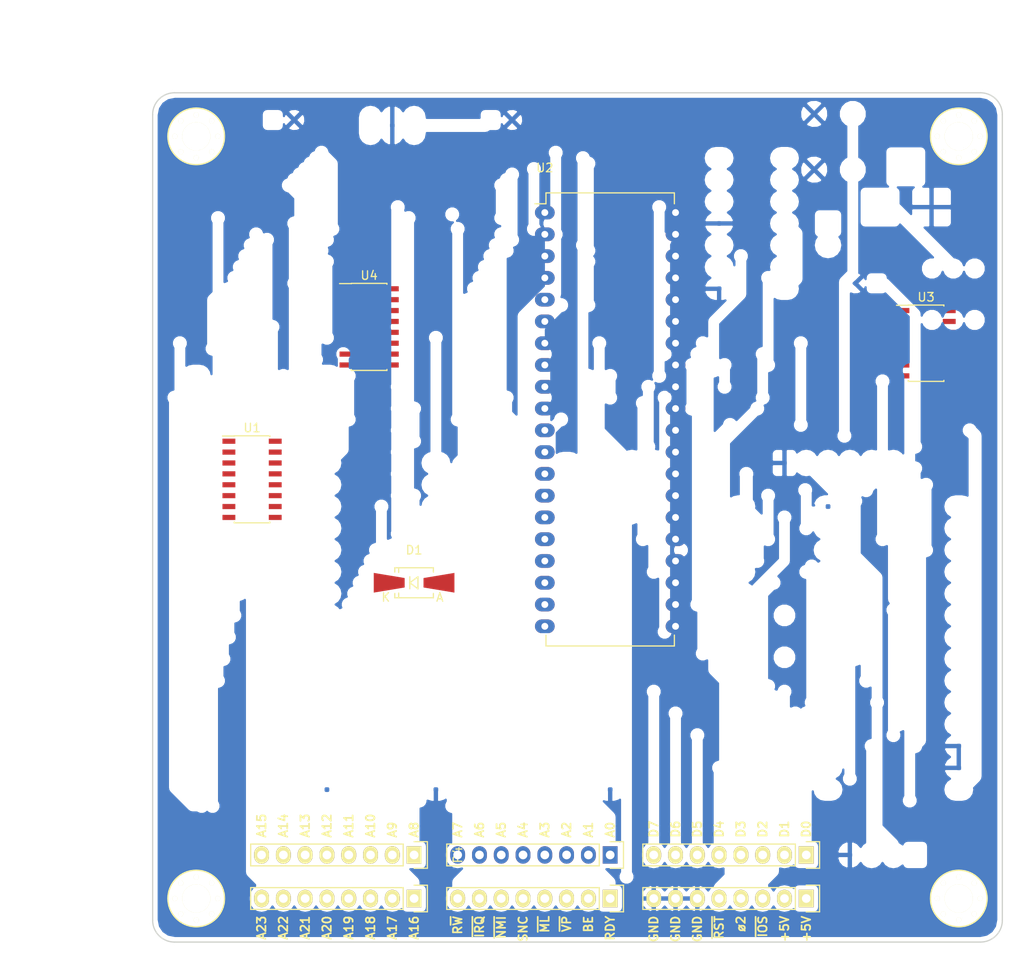
<source format=kicad_pcb>
(kicad_pcb (version 4) (host pcbnew 4.0.3-1.fc24-product)

  (general
    (links 44)
    (no_connects 41)
    (area 85.649999 48.184999 184.860001 147.395001)
    (thickness 1.6)
    (drawings 58)
    (tracks 0)
    (zones 0)
    (modules 15)
    (nets 27)
  )

  (page A4)
  (layers
    (0 F.Cu signal)
    (31 B.Cu signal)
    (32 B.Adhes user)
    (33 F.Adhes user)
    (34 B.Paste user)
    (35 F.Paste user)
    (36 B.SilkS user)
    (37 F.SilkS user)
    (38 B.Mask user)
    (39 F.Mask user)
    (40 Dwgs.User user)
    (41 Cmts.User user)
    (42 Eco1.User user)
    (43 Eco2.User user)
    (44 Edge.Cuts user)
    (45 Margin user)
    (46 B.CrtYd user)
    (47 F.CrtYd user)
    (48 B.Fab user)
    (49 F.Fab user)
  )

  (setup
    (last_trace_width 0.25)
    (trace_clearance 0.2)
    (zone_clearance 0.508)
    (zone_45_only no)
    (trace_min 0.2)
    (segment_width 0.2)
    (edge_width 0.15)
    (via_size 0.6)
    (via_drill 0.4)
    (via_min_size 0.4)
    (via_min_drill 0.3)
    (uvia_size 0.3)
    (uvia_drill 0.1)
    (uvias_allowed no)
    (uvia_min_size 0.2)
    (uvia_min_drill 0.1)
    (pcb_text_width 0.3)
    (pcb_text_size 1.5 1.5)
    (mod_edge_width 0.15)
    (mod_text_size 1 1)
    (mod_text_width 0.15)
    (pad_size 1.3208 1.3208)
    (pad_drill 0.8128)
    (pad_to_mask_clearance 0)
    (aux_axis_origin 90.805 142.24)
    (grid_origin 90.805 142.24)
    (visible_elements FFFFFF7F)
    (pcbplotparams
      (layerselection 0x010f0_80000001)
      (usegerberextensions true)
      (excludeedgelayer true)
      (linewidth 0.100000)
      (plotframeref false)
      (viasonmask false)
      (mode 1)
      (useauxorigin false)
      (hpglpennumber 1)
      (hpglpenspeed 20)
      (hpglpendiameter 15)
      (hpglpenoverlay 2)
      (psnegative false)
      (psa4output false)
      (plotreference true)
      (plotvalue true)
      (plotinvisibletext false)
      (padsonsilk false)
      (subtractmaskfromsilk true)
      (outputformat 1)
      (mirror false)
      (drillshape 0)
      (scaleselection 1)
      (outputdirectory gerbers))
  )

  (net 0 "")
  (net 1 +5V)
  (net 2 GND)
  (net 3 /D0)
  (net 4 /D1)
  (net 5 /D2)
  (net 6 /D3)
  (net 7 /D4)
  (net 8 /D5)
  (net 9 /D6)
  (net 10 /D7)
  (net 11 /A0)
  (net 12 /A1)
  (net 13 /A2)
  (net 14 /A3)
  (net 15 /A4)
  (net 16 /A5)
  (net 17 /A6)
  (net 18 /A7)
  (net 19 /R/~W)
  (net 20 /~IOPAGE)
  (net 21 /PHI2)
  (net 22 /~RST)
  (net 23 "Net-(U1-Pad15)")
  (net 24 "Net-(D1-Pad1)")
  (net 25 /~IRQ)
  (net 26 "Net-(U3-Pad3)")

  (net_class Default "This is the default net class."
    (clearance 0.2)
    (trace_width 0.25)
    (via_dia 0.6)
    (via_drill 0.4)
    (uvia_dia 0.3)
    (uvia_drill 0.1)
    (add_net +5V)
    (add_net /A0)
    (add_net /A1)
    (add_net /A2)
    (add_net /A3)
    (add_net /A4)
    (add_net /A5)
    (add_net /A6)
    (add_net /A7)
    (add_net /D0)
    (add_net /D1)
    (add_net /D2)
    (add_net /D3)
    (add_net /D4)
    (add_net /D5)
    (add_net /D6)
    (add_net /D7)
    (add_net /PHI2)
    (add_net /R/~W)
    (add_net /~IOPAGE)
    (add_net /~IRQ)
    (add_net /~RST)
    (add_net GND)
    (add_net "Net-(D1-Pad1)")
    (add_net "Net-(U1-Pad15)")
    (add_net "Net-(U3-Pad3)")
  )

  (module buri3:M3_MOUNT (layer F.Cu) (tedit 53DC1522) (tstamp 57449566)
    (at 90.805 142.24)
    (path /584EA837)
    (fp_text reference W1 (at 0 -4) (layer F.SilkS) hide
      (effects (font (size 1 1) (thickness 0.15)))
    )
    (fp_text value MOUNTING (at 0 4) (layer F.SilkS) hide
      (effects (font (size 1 1) (thickness 0.15)))
    )
    (fp_circle (center 0 0) (end 3.3 0) (layer F.SilkS) (width 0.15))
    (pad "" np_thru_hole circle (at 0 0) (size 3.3 3.3) (drill 3.3) (layers *.Cu *.Mask F.Paste F.SilkS)
      (solder_mask_margin 1.5) (clearance 1.65))
    (pad "" np_thru_hole circle (at 0 -2.5) (size 0.6 0.6) (drill 0.6) (layers *.Cu *.Mask F.SilkS))
    (pad "" np_thru_hole circle (at 2.5 0) (size 0.6 0.6) (drill 0.6) (layers *.Cu *.Mask F.SilkS))
    (pad "" np_thru_hole circle (at 0 2.5) (size 0.6 0.6) (drill 0.6) (layers *.Cu *.Mask F.SilkS))
    (pad "" np_thru_hole circle (at -2.5 0) (size 0.6 0.6) (drill 0.6) (layers *.Cu *.Mask F.SilkS))
    (pad "" np_thru_hole circle (at -1.8 -1.8) (size 0.6 0.6) (drill 0.6) (layers *.Cu *.Mask F.SilkS))
    (pad "" np_thru_hole circle (at 1.8 -1.8) (size 0.6 0.6) (drill 0.6) (layers *.Cu *.Mask F.SilkS))
    (pad "" np_thru_hole circle (at -1.8 1.8) (size 0.6 0.6) (drill 0.6) (layers *.Cu *.Mask F.SilkS))
    (pad "" np_thru_hole circle (at 1.8 1.8) (size 0.6 0.6) (drill 0.6) (layers *.Cu *.Mask F.SilkS))
  )

  (module buri3:M3_MOUNT (layer F.Cu) (tedit 53DC1522) (tstamp 57449574)
    (at 179.705 142.24)
    (path /584EA839)
    (fp_text reference W2 (at 0 -4) (layer F.SilkS) hide
      (effects (font (size 1 1) (thickness 0.15)))
    )
    (fp_text value MOUNTING (at 0 4) (layer F.SilkS) hide
      (effects (font (size 1 1) (thickness 0.15)))
    )
    (fp_circle (center 0 0) (end 3.3 0) (layer F.SilkS) (width 0.15))
    (pad "" np_thru_hole circle (at 0 0) (size 3.3 3.3) (drill 3.3) (layers *.Cu *.Mask F.Paste F.SilkS)
      (solder_mask_margin 1.5) (clearance 1.65))
    (pad "" np_thru_hole circle (at 0 -2.5) (size 0.6 0.6) (drill 0.6) (layers *.Cu *.Mask F.SilkS))
    (pad "" np_thru_hole circle (at 2.5 0) (size 0.6 0.6) (drill 0.6) (layers *.Cu *.Mask F.SilkS))
    (pad "" np_thru_hole circle (at 0 2.5) (size 0.6 0.6) (drill 0.6) (layers *.Cu *.Mask F.SilkS))
    (pad "" np_thru_hole circle (at -2.5 0) (size 0.6 0.6) (drill 0.6) (layers *.Cu *.Mask F.SilkS))
    (pad "" np_thru_hole circle (at -1.8 -1.8) (size 0.6 0.6) (drill 0.6) (layers *.Cu *.Mask F.SilkS))
    (pad "" np_thru_hole circle (at 1.8 -1.8) (size 0.6 0.6) (drill 0.6) (layers *.Cu *.Mask F.SilkS))
    (pad "" np_thru_hole circle (at -1.8 1.8) (size 0.6 0.6) (drill 0.6) (layers *.Cu *.Mask F.SilkS))
    (pad "" np_thru_hole circle (at 1.8 1.8) (size 0.6 0.6) (drill 0.6) (layers *.Cu *.Mask F.SilkS))
  )

  (module buri3:M3_MOUNT (layer F.Cu) (tedit 53DC1522) (tstamp 57449582)
    (at 179.705 53.34)
    (path /584EA83B)
    (fp_text reference W3 (at 0 -4) (layer F.SilkS) hide
      (effects (font (size 1 1) (thickness 0.15)))
    )
    (fp_text value MOUNTING (at 0 4) (layer F.SilkS) hide
      (effects (font (size 1 1) (thickness 0.15)))
    )
    (fp_circle (center 0 0) (end 3.3 0) (layer F.SilkS) (width 0.15))
    (pad "" np_thru_hole circle (at 0 0) (size 3.3 3.3) (drill 3.3) (layers *.Cu *.Mask F.Paste F.SilkS)
      (solder_mask_margin 1.5) (clearance 1.65))
    (pad "" np_thru_hole circle (at 0 -2.5) (size 0.6 0.6) (drill 0.6) (layers *.Cu *.Mask F.SilkS))
    (pad "" np_thru_hole circle (at 2.5 0) (size 0.6 0.6) (drill 0.6) (layers *.Cu *.Mask F.SilkS))
    (pad "" np_thru_hole circle (at 0 2.5) (size 0.6 0.6) (drill 0.6) (layers *.Cu *.Mask F.SilkS))
    (pad "" np_thru_hole circle (at -2.5 0) (size 0.6 0.6) (drill 0.6) (layers *.Cu *.Mask F.SilkS))
    (pad "" np_thru_hole circle (at -1.8 -1.8) (size 0.6 0.6) (drill 0.6) (layers *.Cu *.Mask F.SilkS))
    (pad "" np_thru_hole circle (at 1.8 -1.8) (size 0.6 0.6) (drill 0.6) (layers *.Cu *.Mask F.SilkS))
    (pad "" np_thru_hole circle (at -1.8 1.8) (size 0.6 0.6) (drill 0.6) (layers *.Cu *.Mask F.SilkS))
    (pad "" np_thru_hole circle (at 1.8 1.8) (size 0.6 0.6) (drill 0.6) (layers *.Cu *.Mask F.SilkS))
  )

  (module buri3:M3_MOUNT (layer F.Cu) (tedit 53DC1522) (tstamp 57449590)
    (at 90.805 53.34)
    (path /584EA83D)
    (fp_text reference W4 (at 0 -4) (layer F.SilkS) hide
      (effects (font (size 1 1) (thickness 0.15)))
    )
    (fp_text value MOUNTING (at 0 4) (layer F.SilkS) hide
      (effects (font (size 1 1) (thickness 0.15)))
    )
    (fp_circle (center 0 0) (end 3.3 0) (layer F.SilkS) (width 0.15))
    (pad "" np_thru_hole circle (at 0 0) (size 3.3 3.3) (drill 3.3) (layers *.Cu *.Mask F.Paste F.SilkS)
      (solder_mask_margin 1.5) (clearance 1.65))
    (pad "" np_thru_hole circle (at 0 -2.5) (size 0.6 0.6) (drill 0.6) (layers *.Cu *.Mask F.SilkS))
    (pad "" np_thru_hole circle (at 2.5 0) (size 0.6 0.6) (drill 0.6) (layers *.Cu *.Mask F.SilkS))
    (pad "" np_thru_hole circle (at 0 2.5) (size 0.6 0.6) (drill 0.6) (layers *.Cu *.Mask F.SilkS))
    (pad "" np_thru_hole circle (at -2.5 0) (size 0.6 0.6) (drill 0.6) (layers *.Cu *.Mask F.SilkS))
    (pad "" np_thru_hole circle (at -1.8 -1.8) (size 0.6 0.6) (drill 0.6) (layers *.Cu *.Mask F.SilkS))
    (pad "" np_thru_hole circle (at 1.8 -1.8) (size 0.6 0.6) (drill 0.6) (layers *.Cu *.Mask F.SilkS))
    (pad "" np_thru_hole circle (at -1.8 1.8) (size 0.6 0.6) (drill 0.6) (layers *.Cu *.Mask F.SilkS))
    (pad "" np_thru_hole circle (at 1.8 1.8) (size 0.6 0.6) (drill 0.6) (layers *.Cu *.Mask F.SilkS))
  )

  (module Pin_Headers:Pin_Header_Straight_1x08 (layer F.Cu) (tedit 57A0CC3B) (tstamp 57A0B3C8)
    (at 161.925 137.16 270)
    (descr "Through hole pin header")
    (tags "pin header")
    (path /584EA855)
    (fp_text reference P1 (at 0 -5.1 270) (layer F.SilkS) hide
      (effects (font (size 1 1) (thickness 0.15)))
    )
    (fp_text value D0..D7 (at 0 -3.1 270) (layer F.Fab)
      (effects (font (size 1 1) (thickness 0.15)))
    )
    (fp_line (start -1.75 -1.75) (end -1.75 19.55) (layer F.CrtYd) (width 0.05))
    (fp_line (start 1.75 -1.75) (end 1.75 19.55) (layer F.CrtYd) (width 0.05))
    (fp_line (start -1.75 -1.75) (end 1.75 -1.75) (layer F.CrtYd) (width 0.05))
    (fp_line (start -1.75 19.55) (end 1.75 19.55) (layer F.CrtYd) (width 0.05))
    (fp_line (start 1.27 1.27) (end 1.27 19.05) (layer F.SilkS) (width 0.15))
    (fp_line (start 1.27 19.05) (end -1.27 19.05) (layer F.SilkS) (width 0.15))
    (fp_line (start -1.27 19.05) (end -1.27 1.27) (layer F.SilkS) (width 0.15))
    (fp_line (start 1.55 -1.55) (end 1.55 0) (layer F.SilkS) (width 0.15))
    (fp_line (start 1.27 1.27) (end -1.27 1.27) (layer F.SilkS) (width 0.15))
    (fp_line (start -1.55 0) (end -1.55 -1.55) (layer F.SilkS) (width 0.15))
    (fp_line (start -1.55 -1.55) (end 1.55 -1.55) (layer F.SilkS) (width 0.15))
    (pad 1 thru_hole rect (at 0 0 270) (size 2.032 1.7272) (drill 1.016) (layers *.Cu *.Mask F.SilkS)
      (net 3 /D0))
    (pad 2 thru_hole oval (at 0 2.54 270) (size 2.032 1.7272) (drill 1.016) (layers *.Cu *.Mask F.SilkS)
      (net 4 /D1))
    (pad 3 thru_hole oval (at 0 5.08 270) (size 2.032 1.7272) (drill 1.016) (layers *.Cu *.Mask F.SilkS)
      (net 5 /D2))
    (pad 4 thru_hole oval (at 0 7.62 270) (size 2.032 1.7272) (drill 1.016) (layers *.Cu *.Mask F.SilkS)
      (net 6 /D3))
    (pad 5 thru_hole oval (at 0 10.16 270) (size 2.032 1.7272) (drill 1.016) (layers *.Cu *.Mask F.SilkS)
      (net 7 /D4))
    (pad 6 thru_hole oval (at 0 12.7 270) (size 2.032 1.7272) (drill 1.016) (layers *.Cu *.Mask F.SilkS)
      (net 8 /D5))
    (pad 7 thru_hole oval (at 0 15.24 270) (size 2.032 1.7272) (drill 1.016) (layers *.Cu *.Mask F.SilkS)
      (net 9 /D6))
    (pad 8 thru_hole oval (at 0 17.78 270) (size 2.032 1.7272) (drill 1.016) (layers *.Cu *.Mask F.SilkS)
      (net 10 /D7))
    (model Pin_Headers.3dshapes/Pin_Header_Straight_1x08.wrl
      (at (xyz 0 -0.35 0))
      (scale (xyz 1 1 1))
      (rotate (xyz 0 0 90))
    )
  )

  (module Pin_Headers:Pin_Header_Straight_1x08 (layer F.Cu) (tedit 0) (tstamp 57A0B3DE)
    (at 139.065 142.24 270)
    (descr "Through hole pin header")
    (tags "pin header")
    (path /584EA859)
    (fp_text reference P3 (at 0 -5.1 270) (layer F.SilkS)
      (effects (font (size 1 1) (thickness 0.15)))
    )
    (fp_text value CTRL1 (at 0 -3.1 270) (layer F.Fab)
      (effects (font (size 1 1) (thickness 0.15)))
    )
    (fp_line (start -1.75 -1.75) (end -1.75 19.55) (layer F.CrtYd) (width 0.05))
    (fp_line (start 1.75 -1.75) (end 1.75 19.55) (layer F.CrtYd) (width 0.05))
    (fp_line (start -1.75 -1.75) (end 1.75 -1.75) (layer F.CrtYd) (width 0.05))
    (fp_line (start -1.75 19.55) (end 1.75 19.55) (layer F.CrtYd) (width 0.05))
    (fp_line (start 1.27 1.27) (end 1.27 19.05) (layer F.SilkS) (width 0.15))
    (fp_line (start 1.27 19.05) (end -1.27 19.05) (layer F.SilkS) (width 0.15))
    (fp_line (start -1.27 19.05) (end -1.27 1.27) (layer F.SilkS) (width 0.15))
    (fp_line (start 1.55 -1.55) (end 1.55 0) (layer F.SilkS) (width 0.15))
    (fp_line (start 1.27 1.27) (end -1.27 1.27) (layer F.SilkS) (width 0.15))
    (fp_line (start -1.55 0) (end -1.55 -1.55) (layer F.SilkS) (width 0.15))
    (fp_line (start -1.55 -1.55) (end 1.55 -1.55) (layer F.SilkS) (width 0.15))
    (pad 1 thru_hole rect (at 0 0 270) (size 2.032 1.7272) (drill 1.016) (layers *.Cu *.Mask F.SilkS))
    (pad 2 thru_hole oval (at 0 2.54 270) (size 2.032 1.7272) (drill 1.016) (layers *.Cu *.Mask F.SilkS))
    (pad 3 thru_hole oval (at 0 5.08 270) (size 2.032 1.7272) (drill 1.016) (layers *.Cu *.Mask F.SilkS))
    (pad 4 thru_hole oval (at 0 7.62 270) (size 2.032 1.7272) (drill 1.016) (layers *.Cu *.Mask F.SilkS))
    (pad 5 thru_hole oval (at 0 10.16 270) (size 2.032 1.7272) (drill 1.016) (layers *.Cu *.Mask F.SilkS))
    (pad 6 thru_hole oval (at 0 12.7 270) (size 2.032 1.7272) (drill 1.016) (layers *.Cu *.Mask F.SilkS))
    (pad 7 thru_hole oval (at 0 15.24 270) (size 2.032 1.7272) (drill 1.016) (layers *.Cu *.Mask F.SilkS)
      (net 25 /~IRQ))
    (pad 8 thru_hole oval (at 0 17.78 270) (size 2.032 1.7272) (drill 1.016) (layers *.Cu *.Mask F.SilkS)
      (net 19 /R/~W))
    (model Pin_Headers.3dshapes/Pin_Header_Straight_1x08.wrl
      (at (xyz 0 -0.35 0))
      (scale (xyz 1 1 1))
      (rotate (xyz 0 0 90))
    )
  )

  (module Pin_Headers:Pin_Header_Straight_1x08 (layer F.Cu) (tedit 0) (tstamp 57A0B3EA)
    (at 116.205 137.16 270)
    (descr "Through hole pin header")
    (tags "pin header")
    (path /584EA857)
    (fp_text reference P4 (at 0 -5.1 270) (layer F.SilkS)
      (effects (font (size 1 1) (thickness 0.15)))
    )
    (fp_text value A8..A15 (at 0 -3.1 270) (layer F.Fab)
      (effects (font (size 1 1) (thickness 0.15)))
    )
    (fp_line (start -1.75 -1.75) (end -1.75 19.55) (layer F.CrtYd) (width 0.05))
    (fp_line (start 1.75 -1.75) (end 1.75 19.55) (layer F.CrtYd) (width 0.05))
    (fp_line (start -1.75 -1.75) (end 1.75 -1.75) (layer F.CrtYd) (width 0.05))
    (fp_line (start -1.75 19.55) (end 1.75 19.55) (layer F.CrtYd) (width 0.05))
    (fp_line (start 1.27 1.27) (end 1.27 19.05) (layer F.SilkS) (width 0.15))
    (fp_line (start 1.27 19.05) (end -1.27 19.05) (layer F.SilkS) (width 0.15))
    (fp_line (start -1.27 19.05) (end -1.27 1.27) (layer F.SilkS) (width 0.15))
    (fp_line (start 1.55 -1.55) (end 1.55 0) (layer F.SilkS) (width 0.15))
    (fp_line (start 1.27 1.27) (end -1.27 1.27) (layer F.SilkS) (width 0.15))
    (fp_line (start -1.55 0) (end -1.55 -1.55) (layer F.SilkS) (width 0.15))
    (fp_line (start -1.55 -1.55) (end 1.55 -1.55) (layer F.SilkS) (width 0.15))
    (pad 1 thru_hole rect (at 0 0 270) (size 2.032 1.7272) (drill 1.016) (layers *.Cu *.Mask F.SilkS))
    (pad 2 thru_hole oval (at 0 2.54 270) (size 2.032 1.7272) (drill 1.016) (layers *.Cu *.Mask F.SilkS))
    (pad 3 thru_hole oval (at 0 5.08 270) (size 2.032 1.7272) (drill 1.016) (layers *.Cu *.Mask F.SilkS))
    (pad 4 thru_hole oval (at 0 7.62 270) (size 2.032 1.7272) (drill 1.016) (layers *.Cu *.Mask F.SilkS))
    (pad 5 thru_hole oval (at 0 10.16 270) (size 2.032 1.7272) (drill 1.016) (layers *.Cu *.Mask F.SilkS))
    (pad 6 thru_hole oval (at 0 12.7 270) (size 2.032 1.7272) (drill 1.016) (layers *.Cu *.Mask F.SilkS))
    (pad 7 thru_hole oval (at 0 15.24 270) (size 2.032 1.7272) (drill 1.016) (layers *.Cu *.Mask F.SilkS))
    (pad 8 thru_hole oval (at 0 17.78 270) (size 2.032 1.7272) (drill 1.016) (layers *.Cu *.Mask F.SilkS))
    (model Pin_Headers.3dshapes/Pin_Header_Straight_1x08.wrl
      (at (xyz 0 -0.35 0))
      (scale (xyz 1 1 1))
      (rotate (xyz 0 0 90))
    )
  )

  (module Pin_Headers:Pin_Header_Straight_1x08 (layer F.Cu) (tedit 0) (tstamp 57A0B3F6)
    (at 116.205 142.24 270)
    (descr "Through hole pin header")
    (tags "pin header")
    (path /584EA858)
    (fp_text reference P5 (at 0 -5.1 270) (layer F.SilkS)
      (effects (font (size 1 1) (thickness 0.15)))
    )
    (fp_text value A16..A23 (at 0 -3.1 270) (layer F.Fab)
      (effects (font (size 1 1) (thickness 0.15)))
    )
    (fp_line (start -1.75 -1.75) (end -1.75 19.55) (layer F.CrtYd) (width 0.05))
    (fp_line (start 1.75 -1.75) (end 1.75 19.55) (layer F.CrtYd) (width 0.05))
    (fp_line (start -1.75 -1.75) (end 1.75 -1.75) (layer F.CrtYd) (width 0.05))
    (fp_line (start -1.75 19.55) (end 1.75 19.55) (layer F.CrtYd) (width 0.05))
    (fp_line (start 1.27 1.27) (end 1.27 19.05) (layer F.SilkS) (width 0.15))
    (fp_line (start 1.27 19.05) (end -1.27 19.05) (layer F.SilkS) (width 0.15))
    (fp_line (start -1.27 19.05) (end -1.27 1.27) (layer F.SilkS) (width 0.15))
    (fp_line (start 1.55 -1.55) (end 1.55 0) (layer F.SilkS) (width 0.15))
    (fp_line (start 1.27 1.27) (end -1.27 1.27) (layer F.SilkS) (width 0.15))
    (fp_line (start -1.55 0) (end -1.55 -1.55) (layer F.SilkS) (width 0.15))
    (fp_line (start -1.55 -1.55) (end 1.55 -1.55) (layer F.SilkS) (width 0.15))
    (pad 1 thru_hole rect (at 0 0 270) (size 2.032 1.7272) (drill 1.016) (layers *.Cu *.Mask F.SilkS))
    (pad 2 thru_hole oval (at 0 2.54 270) (size 2.032 1.7272) (drill 1.016) (layers *.Cu *.Mask F.SilkS))
    (pad 3 thru_hole oval (at 0 5.08 270) (size 2.032 1.7272) (drill 1.016) (layers *.Cu *.Mask F.SilkS))
    (pad 4 thru_hole oval (at 0 7.62 270) (size 2.032 1.7272) (drill 1.016) (layers *.Cu *.Mask F.SilkS))
    (pad 5 thru_hole oval (at 0 10.16 270) (size 2.032 1.7272) (drill 1.016) (layers *.Cu *.Mask F.SilkS))
    (pad 6 thru_hole oval (at 0 12.7 270) (size 2.032 1.7272) (drill 1.016) (layers *.Cu *.Mask F.SilkS))
    (pad 7 thru_hole oval (at 0 15.24 270) (size 2.032 1.7272) (drill 1.016) (layers *.Cu *.Mask F.SilkS))
    (pad 8 thru_hole oval (at 0 17.78 270) (size 2.032 1.7272) (drill 1.016) (layers *.Cu *.Mask F.SilkS))
    (model Pin_Headers.3dshapes/Pin_Header_Straight_1x08.wrl
      (at (xyz 0 -0.35 0))
      (scale (xyz 1 1 1))
      (rotate (xyz 0 0 90))
    )
  )

  (module Pin_Headers:Pin_Header_Straight_1x08 (layer F.Cu) (tedit 584EA62A) (tstamp 57A0B402)
    (at 161.925 142.24 270)
    (descr "Through hole pin header")
    (tags "pin header")
    (path /584EA85A)
    (fp_text reference P6 (at 0 -5.1 270) (layer F.SilkS) hide
      (effects (font (size 1 1) (thickness 0.15)))
    )
    (fp_text value CTRL2 (at 0 -3.1 270) (layer F.Fab)
      (effects (font (size 1 1) (thickness 0.15)))
    )
    (fp_line (start -1.75 -1.75) (end -1.75 19.55) (layer F.CrtYd) (width 0.05))
    (fp_line (start 1.75 -1.75) (end 1.75 19.55) (layer F.CrtYd) (width 0.05))
    (fp_line (start -1.75 -1.75) (end 1.75 -1.75) (layer F.CrtYd) (width 0.05))
    (fp_line (start -1.75 19.55) (end 1.75 19.55) (layer F.CrtYd) (width 0.05))
    (fp_line (start 1.27 1.27) (end 1.27 19.05) (layer F.SilkS) (width 0.15))
    (fp_line (start 1.27 19.05) (end -1.27 19.05) (layer F.SilkS) (width 0.15))
    (fp_line (start -1.27 19.05) (end -1.27 1.27) (layer F.SilkS) (width 0.15))
    (fp_line (start 1.55 -1.55) (end 1.55 0) (layer F.SilkS) (width 0.15))
    (fp_line (start 1.27 1.27) (end -1.27 1.27) (layer F.SilkS) (width 0.15))
    (fp_line (start -1.55 0) (end -1.55 -1.55) (layer F.SilkS) (width 0.15))
    (fp_line (start -1.55 -1.55) (end 1.55 -1.55) (layer F.SilkS) (width 0.15))
    (pad 1 thru_hole rect (at 0 0 270) (size 2.032 1.7272) (drill 1.016) (layers *.Cu *.Mask F.SilkS)
      (net 1 +5V))
    (pad 2 thru_hole oval (at 0 2.54 270) (size 2.032 1.7272) (drill 1.016) (layers *.Cu *.Mask F.SilkS)
      (net 1 +5V))
    (pad 3 thru_hole oval (at 0 5.08 270) (size 2.032 1.7272) (drill 1.016) (layers *.Cu *.Mask F.SilkS)
      (net 20 /~IOPAGE))
    (pad 4 thru_hole oval (at 0 7.62 270) (size 2.032 1.7272) (drill 1.016) (layers *.Cu *.Mask F.SilkS)
      (net 21 /PHI2))
    (pad 5 thru_hole oval (at 0 10.16 270) (size 2.032 1.7272) (drill 1.016) (layers *.Cu *.Mask F.SilkS)
      (net 22 /~RST))
    (pad 6 thru_hole oval (at 0 12.7 270) (size 2.032 1.7272) (drill 1.016) (layers *.Cu *.Mask F.SilkS)
      (net 2 GND))
    (pad 7 thru_hole oval (at 0 15.24 270) (size 2.032 1.7272) (drill 1.016) (layers *.Cu *.Mask F.SilkS)
      (net 2 GND))
    (pad 8 thru_hole oval (at 0 17.78 270) (size 2.032 1.7272) (drill 1.016) (layers *.Cu *.Mask F.SilkS)
      (net 2 GND))
    (model Pin_Headers.3dshapes/Pin_Header_Straight_1x08.wrl
      (at (xyz 0 -0.35 0))
      (scale (xyz 1 1 1))
      (rotate (xyz 0 0 90))
    )
  )

  (module Pin_Headers:Pin_Header_Straight_1x08 (layer F.Cu) (tedit 0) (tstamp 584EA5B9)
    (at 139.065 137.16 270)
    (descr "Through hole pin header")
    (tags "pin header")
    (path /584EA856)
    (fp_text reference P2 (at 0 -5.1 270) (layer F.SilkS)
      (effects (font (size 1 1) (thickness 0.15)))
    )
    (fp_text value A0..A7 (at 0 -3.1 270) (layer F.Fab)
      (effects (font (size 1 1) (thickness 0.15)))
    )
    (fp_line (start -1.75 -1.75) (end -1.75 19.55) (layer F.CrtYd) (width 0.05))
    (fp_line (start 1.75 -1.75) (end 1.75 19.55) (layer F.CrtYd) (width 0.05))
    (fp_line (start -1.75 -1.75) (end 1.75 -1.75) (layer F.CrtYd) (width 0.05))
    (fp_line (start -1.75 19.55) (end 1.75 19.55) (layer F.CrtYd) (width 0.05))
    (fp_line (start 1.27 1.27) (end 1.27 19.05) (layer F.SilkS) (width 0.15))
    (fp_line (start 1.27 19.05) (end -1.27 19.05) (layer F.SilkS) (width 0.15))
    (fp_line (start -1.27 19.05) (end -1.27 1.27) (layer F.SilkS) (width 0.15))
    (fp_line (start 1.55 -1.55) (end 1.55 0) (layer F.SilkS) (width 0.15))
    (fp_line (start 1.27 1.27) (end -1.27 1.27) (layer F.SilkS) (width 0.15))
    (fp_line (start -1.55 0) (end -1.55 -1.55) (layer F.SilkS) (width 0.15))
    (fp_line (start -1.55 -1.55) (end 1.55 -1.55) (layer F.SilkS) (width 0.15))
    (pad 1 thru_hole rect (at 0 0 270) (size 2.032 1.7272) (drill 1.016) (layers *.Cu *.Mask)
      (net 11 /A0))
    (pad 2 thru_hole oval (at 0 2.54 270) (size 2.032 1.7272) (drill 1.016) (layers *.Cu *.Mask)
      (net 12 /A1))
    (pad 3 thru_hole oval (at 0 5.08 270) (size 2.032 1.7272) (drill 1.016) (layers *.Cu *.Mask)
      (net 13 /A2))
    (pad 4 thru_hole oval (at 0 7.62 270) (size 2.032 1.7272) (drill 1.016) (layers *.Cu *.Mask)
      (net 14 /A3))
    (pad 5 thru_hole oval (at 0 10.16 270) (size 2.032 1.7272) (drill 1.016) (layers *.Cu *.Mask)
      (net 15 /A4))
    (pad 6 thru_hole oval (at 0 12.7 270) (size 2.032 1.7272) (drill 1.016) (layers *.Cu *.Mask)
      (net 16 /A5))
    (pad 7 thru_hole oval (at 0 15.24 270) (size 2.032 1.7272) (drill 1.016) (layers *.Cu *.Mask)
      (net 17 /A6))
    (pad 8 thru_hole oval (at 0 17.78 270) (size 2.032 1.7272) (drill 1.016) (layers *.Cu *.Mask)
      (net 18 /A7))
    (model Pin_Headers.3dshapes/Pin_Header_Straight_1x08.wrl
      (at (xyz 0 -0.35 0))
      (scale (xyz 1 1 1))
      (rotate (xyz 0 0 90))
    )
  )

  (module Housings_SOIC:SOIC-16_3.9x9.9mm_Pitch1.27mm (layer F.Cu) (tedit 574D979F) (tstamp 584EAD6A)
    (at 97.315 93.345)
    (descr "16-Lead Plastic Small Outline (SL) - Narrow, 3.90 mm Body [SOIC] (see Microchip Packaging Specification 00000049BS.pdf)")
    (tags "SOIC 1.27")
    (path /584EC276)
    (attr smd)
    (fp_text reference U1 (at 0 -6) (layer F.SilkS)
      (effects (font (size 1 1) (thickness 0.15)))
    )
    (fp_text value 74HC138 (at 0 6) (layer F.Fab)
      (effects (font (size 1 1) (thickness 0.15)))
    )
    (fp_line (start -0.95 -4.95) (end 1.95 -4.95) (layer F.Fab) (width 0.15))
    (fp_line (start 1.95 -4.95) (end 1.95 4.95) (layer F.Fab) (width 0.15))
    (fp_line (start 1.95 4.95) (end -1.95 4.95) (layer F.Fab) (width 0.15))
    (fp_line (start -1.95 4.95) (end -1.95 -3.95) (layer F.Fab) (width 0.15))
    (fp_line (start -1.95 -3.95) (end -0.95 -4.95) (layer F.Fab) (width 0.15))
    (fp_line (start -3.7 -5.25) (end -3.7 5.25) (layer F.CrtYd) (width 0.05))
    (fp_line (start 3.7 -5.25) (end 3.7 5.25) (layer F.CrtYd) (width 0.05))
    (fp_line (start -3.7 -5.25) (end 3.7 -5.25) (layer F.CrtYd) (width 0.05))
    (fp_line (start -3.7 5.25) (end 3.7 5.25) (layer F.CrtYd) (width 0.05))
    (fp_line (start -2.075 -5.075) (end -2.075 -5.05) (layer F.SilkS) (width 0.15))
    (fp_line (start 2.075 -5.075) (end 2.075 -4.97) (layer F.SilkS) (width 0.15))
    (fp_line (start 2.075 5.075) (end 2.075 4.97) (layer F.SilkS) (width 0.15))
    (fp_line (start -2.075 5.075) (end -2.075 4.97) (layer F.SilkS) (width 0.15))
    (fp_line (start -2.075 -5.075) (end 2.075 -5.075) (layer F.SilkS) (width 0.15))
    (fp_line (start -2.075 5.075) (end 2.075 5.075) (layer F.SilkS) (width 0.15))
    (fp_line (start -2.075 -5.05) (end -3.45 -5.05) (layer F.SilkS) (width 0.15))
    (pad 1 smd rect (at -2.7 -4.445) (size 1.5 0.6) (layers F.Cu F.Paste F.Mask)
      (net 15 /A4))
    (pad 2 smd rect (at -2.7 -3.175) (size 1.5 0.6) (layers F.Cu F.Paste F.Mask)
      (net 16 /A5))
    (pad 3 smd rect (at -2.7 -1.905) (size 1.5 0.6) (layers F.Cu F.Paste F.Mask)
      (net 17 /A6))
    (pad 4 smd rect (at -2.7 -0.635) (size 1.5 0.6) (layers F.Cu F.Paste F.Mask)
      (net 20 /~IOPAGE))
    (pad 5 smd rect (at -2.7 0.635) (size 1.5 0.6) (layers F.Cu F.Paste F.Mask)
      (net 18 /A7))
    (pad 6 smd rect (at -2.7 1.905) (size 1.5 0.6) (layers F.Cu F.Paste F.Mask)
      (net 1 +5V))
    (pad 7 smd rect (at -2.7 3.175) (size 1.5 0.6) (layers F.Cu F.Paste F.Mask))
    (pad 8 smd rect (at -2.7 4.445) (size 1.5 0.6) (layers F.Cu F.Paste F.Mask)
      (net 2 GND))
    (pad 9 smd rect (at 2.7 4.445) (size 1.5 0.6) (layers F.Cu F.Paste F.Mask))
    (pad 10 smd rect (at 2.7 3.175) (size 1.5 0.6) (layers F.Cu F.Paste F.Mask))
    (pad 11 smd rect (at 2.7 1.905) (size 1.5 0.6) (layers F.Cu F.Paste F.Mask))
    (pad 12 smd rect (at 2.7 0.635) (size 1.5 0.6) (layers F.Cu F.Paste F.Mask))
    (pad 13 smd rect (at 2.7 -0.635) (size 1.5 0.6) (layers F.Cu F.Paste F.Mask))
    (pad 14 smd rect (at 2.7 -1.905) (size 1.5 0.6) (layers F.Cu F.Paste F.Mask))
    (pad 15 smd rect (at 2.7 -3.175) (size 1.5 0.6) (layers F.Cu F.Paste F.Mask)
      (net 23 "Net-(U1-Pad15)"))
    (pad 16 smd rect (at 2.7 -4.445) (size 1.5 0.6) (layers F.Cu F.Paste F.Mask)
      (net 1 +5V))
    (model Housings_SOIC.3dshapes/SOIC-16_3.9x9.9mm_Pitch1.27mm.wrl
      (at (xyz 0 0 0))
      (scale (xyz 1 1 1))
      (rotate (xyz 0 0 0))
    )
  )

  (module Housings_DIP:DIP-40_W15.24mm_LongPads (layer F.Cu) (tedit 54130A77) (tstamp 584EADA1)
    (at 131.445 62.23)
    (descr "40-lead dip package, row spacing 15.24 mm (600 mils), longer pads")
    (tags "dil dip 2.54 600")
    (path /584EA68F)
    (fp_text reference U2 (at 0 -5.22) (layer F.SilkS)
      (effects (font (size 1 1) (thickness 0.15)))
    )
    (fp_text value WD65C22 (at 0 -3.72) (layer F.Fab)
      (effects (font (size 1 1) (thickness 0.15)))
    )
    (fp_line (start -1.4 -2.45) (end -1.4 50.75) (layer F.CrtYd) (width 0.05))
    (fp_line (start 16.65 -2.45) (end 16.65 50.75) (layer F.CrtYd) (width 0.05))
    (fp_line (start -1.4 -2.45) (end 16.65 -2.45) (layer F.CrtYd) (width 0.05))
    (fp_line (start -1.4 50.75) (end 16.65 50.75) (layer F.CrtYd) (width 0.05))
    (fp_line (start 0.135 -2.295) (end 0.135 -1.025) (layer F.SilkS) (width 0.15))
    (fp_line (start 15.105 -2.295) (end 15.105 -1.025) (layer F.SilkS) (width 0.15))
    (fp_line (start 15.105 50.555) (end 15.105 49.285) (layer F.SilkS) (width 0.15))
    (fp_line (start 0.135 50.555) (end 0.135 49.285) (layer F.SilkS) (width 0.15))
    (fp_line (start 0.135 -2.295) (end 15.105 -2.295) (layer F.SilkS) (width 0.15))
    (fp_line (start 0.135 50.555) (end 15.105 50.555) (layer F.SilkS) (width 0.15))
    (fp_line (start 0.135 -1.025) (end -1.15 -1.025) (layer F.SilkS) (width 0.15))
    (pad 1 thru_hole oval (at 0 0) (size 2.3 1.6) (drill 0.8) (layers *.Cu *.Mask)
      (net 2 GND))
    (pad 2 thru_hole oval (at 0 2.54) (size 2.3 1.6) (drill 0.8) (layers *.Cu *.Mask))
    (pad 3 thru_hole oval (at 0 5.08) (size 2.3 1.6) (drill 0.8) (layers *.Cu *.Mask))
    (pad 4 thru_hole oval (at 0 7.62) (size 2.3 1.6) (drill 0.8) (layers *.Cu *.Mask))
    (pad 5 thru_hole oval (at 0 10.16) (size 2.3 1.6) (drill 0.8) (layers *.Cu *.Mask))
    (pad 6 thru_hole oval (at 0 12.7) (size 2.3 1.6) (drill 0.8) (layers *.Cu *.Mask))
    (pad 7 thru_hole oval (at 0 15.24) (size 2.3 1.6) (drill 0.8) (layers *.Cu *.Mask))
    (pad 8 thru_hole oval (at 0 17.78) (size 2.3 1.6) (drill 0.8) (layers *.Cu *.Mask))
    (pad 9 thru_hole oval (at 0 20.32) (size 2.3 1.6) (drill 0.8) (layers *.Cu *.Mask))
    (pad 10 thru_hole oval (at 0 22.86) (size 2.3 1.6) (drill 0.8) (layers *.Cu *.Mask))
    (pad 11 thru_hole oval (at 0 25.4) (size 2.3 1.6) (drill 0.8) (layers *.Cu *.Mask))
    (pad 12 thru_hole oval (at 0 27.94) (size 2.3 1.6) (drill 0.8) (layers *.Cu *.Mask))
    (pad 13 thru_hole oval (at 0 30.48) (size 2.3 1.6) (drill 0.8) (layers *.Cu *.Mask))
    (pad 14 thru_hole oval (at 0 33.02) (size 2.3 1.6) (drill 0.8) (layers *.Cu *.Mask))
    (pad 15 thru_hole oval (at 0 35.56) (size 2.3 1.6) (drill 0.8) (layers *.Cu *.Mask))
    (pad 16 thru_hole oval (at 0 38.1) (size 2.3 1.6) (drill 0.8) (layers *.Cu *.Mask))
    (pad 17 thru_hole oval (at 0 40.64) (size 2.3 1.6) (drill 0.8) (layers *.Cu *.Mask))
    (pad 18 thru_hole oval (at 0 43.18) (size 2.3 1.6) (drill 0.8) (layers *.Cu *.Mask))
    (pad 19 thru_hole oval (at 0 45.72) (size 2.3 1.6) (drill 0.8) (layers *.Cu *.Mask))
    (pad 20 thru_hole oval (at 0 48.26) (size 2.3 1.6) (drill 0.8) (layers *.Cu *.Mask)
      (net 1 +5V))
    (pad 21 thru_hole oval (at 15.24 48.26) (size 2.3 1.6) (drill 0.8) (layers *.Cu *.Mask)
      (net 24 "Net-(D1-Pad1)"))
    (pad 22 thru_hole oval (at 15.24 45.72) (size 2.3 1.6) (drill 0.8) (layers *.Cu *.Mask)
      (net 19 /R/~W))
    (pad 23 thru_hole oval (at 15.24 43.18) (size 2.3 1.6) (drill 0.8) (layers *.Cu *.Mask)
      (net 23 "Net-(U1-Pad15)"))
    (pad 24 thru_hole oval (at 15.24 40.64) (size 2.3 1.6) (drill 0.8) (layers *.Cu *.Mask)
      (net 1 +5V))
    (pad 25 thru_hole oval (at 15.24 38.1) (size 2.3 1.6) (drill 0.8) (layers *.Cu *.Mask)
      (net 21 /PHI2))
    (pad 26 thru_hole oval (at 15.24 35.56) (size 2.3 1.6) (drill 0.8) (layers *.Cu *.Mask)
      (net 10 /D7))
    (pad 27 thru_hole oval (at 15.24 33.02) (size 2.3 1.6) (drill 0.8) (layers *.Cu *.Mask)
      (net 9 /D6))
    (pad 28 thru_hole oval (at 15.24 30.48) (size 2.3 1.6) (drill 0.8) (layers *.Cu *.Mask)
      (net 8 /D5))
    (pad 29 thru_hole oval (at 15.24 27.94) (size 2.3 1.6) (drill 0.8) (layers *.Cu *.Mask)
      (net 7 /D4))
    (pad 30 thru_hole oval (at 15.24 25.4) (size 2.3 1.6) (drill 0.8) (layers *.Cu *.Mask)
      (net 6 /D3))
    (pad 31 thru_hole oval (at 15.24 22.86) (size 2.3 1.6) (drill 0.8) (layers *.Cu *.Mask)
      (net 5 /D2))
    (pad 32 thru_hole oval (at 15.24 20.32) (size 2.3 1.6) (drill 0.8) (layers *.Cu *.Mask)
      (net 4 /D1))
    (pad 33 thru_hole oval (at 15.24 17.78) (size 2.3 1.6) (drill 0.8) (layers *.Cu *.Mask)
      (net 3 /D0))
    (pad 34 thru_hole oval (at 15.24 15.24) (size 2.3 1.6) (drill 0.8) (layers *.Cu *.Mask)
      (net 22 /~RST))
    (pad 35 thru_hole oval (at 15.24 12.7) (size 2.3 1.6) (drill 0.8) (layers *.Cu *.Mask)
      (net 14 /A3))
    (pad 36 thru_hole oval (at 15.24 10.16) (size 2.3 1.6) (drill 0.8) (layers *.Cu *.Mask)
      (net 13 /A2))
    (pad 37 thru_hole oval (at 15.24 7.62) (size 2.3 1.6) (drill 0.8) (layers *.Cu *.Mask)
      (net 12 /A1))
    (pad 38 thru_hole oval (at 15.24 5.08) (size 2.3 1.6) (drill 0.8) (layers *.Cu *.Mask)
      (net 11 /A0))
    (pad 39 thru_hole oval (at 15.24 2.54) (size 2.3 1.6) (drill 0.8) (layers *.Cu *.Mask))
    (pad 40 thru_hole oval (at 15.24 0) (size 2.3 1.6) (drill 0.8) (layers *.Cu *.Mask))
    (model Housings_DIP.3dshapes/DIP-40_W15.24mm_LongPads.wrl
      (at (xyz 0 0 0))
      (scale (xyz 1 1 1))
      (rotate (xyz 0 0 0))
    )
  )

  (module Housings_SOIC:SOIC-16_3.9x9.9mm_Pitch1.27mm (layer F.Cu) (tedit 574D979F) (tstamp 584EADC5)
    (at 110.965 75.565)
    (descr "16-Lead Plastic Small Outline (SL) - Narrow, 3.90 mm Body [SOIC] (see Microchip Packaging Specification 00000049BS.pdf)")
    (tags "SOIC 1.27")
    (path /584EAE30)
    (attr smd)
    (fp_text reference U4 (at 0 -6) (layer F.SilkS)
      (effects (font (size 1 1) (thickness 0.15)))
    )
    (fp_text value 74HC138 (at 0 6) (layer F.Fab)
      (effects (font (size 1 1) (thickness 0.15)))
    )
    (fp_line (start -0.95 -4.95) (end 1.95 -4.95) (layer F.Fab) (width 0.15))
    (fp_line (start 1.95 -4.95) (end 1.95 4.95) (layer F.Fab) (width 0.15))
    (fp_line (start 1.95 4.95) (end -1.95 4.95) (layer F.Fab) (width 0.15))
    (fp_line (start -1.95 4.95) (end -1.95 -3.95) (layer F.Fab) (width 0.15))
    (fp_line (start -1.95 -3.95) (end -0.95 -4.95) (layer F.Fab) (width 0.15))
    (fp_line (start -3.7 -5.25) (end -3.7 5.25) (layer F.CrtYd) (width 0.05))
    (fp_line (start 3.7 -5.25) (end 3.7 5.25) (layer F.CrtYd) (width 0.05))
    (fp_line (start -3.7 -5.25) (end 3.7 -5.25) (layer F.CrtYd) (width 0.05))
    (fp_line (start -3.7 5.25) (end 3.7 5.25) (layer F.CrtYd) (width 0.05))
    (fp_line (start -2.075 -5.075) (end -2.075 -5.05) (layer F.SilkS) (width 0.15))
    (fp_line (start 2.075 -5.075) (end 2.075 -4.97) (layer F.SilkS) (width 0.15))
    (fp_line (start 2.075 5.075) (end 2.075 4.97) (layer F.SilkS) (width 0.15))
    (fp_line (start -2.075 5.075) (end -2.075 4.97) (layer F.SilkS) (width 0.15))
    (fp_line (start -2.075 -5.075) (end 2.075 -5.075) (layer F.SilkS) (width 0.15))
    (fp_line (start -2.075 5.075) (end 2.075 5.075) (layer F.SilkS) (width 0.15))
    (fp_line (start -2.075 -5.05) (end -3.45 -5.05) (layer F.SilkS) (width 0.15))
    (pad 1 smd rect (at -2.7 -4.445) (size 1.5 0.6) (layers F.Cu F.Paste F.Mask)
      (net 13 /A2))
    (pad 2 smd rect (at -2.7 -3.175) (size 1.5 0.6) (layers F.Cu F.Paste F.Mask)
      (net 14 /A3))
    (pad 3 smd rect (at -2.7 -1.905) (size 1.5 0.6) (layers F.Cu F.Paste F.Mask)
      (net 15 /A4))
    (pad 4 smd rect (at -2.7 -0.635) (size 1.5 0.6) (layers F.Cu F.Paste F.Mask)
      (net 20 /~IOPAGE))
    (pad 5 smd rect (at -2.7 0.635) (size 1.5 0.6) (layers F.Cu F.Paste F.Mask)
      (net 26 "Net-(U3-Pad3)"))
    (pad 6 smd rect (at -2.7 1.905) (size 1.5 0.6) (layers F.Cu F.Paste F.Mask)
      (net 16 /A5))
    (pad 7 smd rect (at -2.7 3.175) (size 1.5 0.6) (layers F.Cu F.Paste F.Mask))
    (pad 8 smd rect (at -2.7 4.445) (size 1.5 0.6) (layers F.Cu F.Paste F.Mask)
      (net 2 GND))
    (pad 9 smd rect (at 2.7 4.445) (size 1.5 0.6) (layers F.Cu F.Paste F.Mask))
    (pad 10 smd rect (at 2.7 3.175) (size 1.5 0.6) (layers F.Cu F.Paste F.Mask))
    (pad 11 smd rect (at 2.7 1.905) (size 1.5 0.6) (layers F.Cu F.Paste F.Mask))
    (pad 12 smd rect (at 2.7 0.635) (size 1.5 0.6) (layers F.Cu F.Paste F.Mask))
    (pad 13 smd rect (at 2.7 -0.635) (size 1.5 0.6) (layers F.Cu F.Paste F.Mask))
    (pad 14 smd rect (at 2.7 -1.905) (size 1.5 0.6) (layers F.Cu F.Paste F.Mask))
    (pad 15 smd rect (at 2.7 -3.175) (size 1.5 0.6) (layers F.Cu F.Paste F.Mask))
    (pad 16 smd rect (at 2.7 -4.445) (size 1.5 0.6) (layers F.Cu F.Paste F.Mask)
      (net 1 +5V))
    (model Housings_SOIC.3dshapes/SOIC-16_3.9x9.9mm_Pitch1.27mm.wrl
      (at (xyz 0 0 0))
      (scale (xyz 1 1 1))
      (rotate (xyz 0 0 0))
    )
  )

  (module Diodes_SMD:SMA-SMB_Universal_Handsoldering (layer F.Cu) (tedit 552FF496) (tstamp 584EAE5F)
    (at 116.205 105.41)
    (descr "Diode, Universal, SMA, SMB, Handsoldering,")
    (tags "Diode Universal SMA SMB Handsoldering ")
    (path /584EAAA4)
    (attr smd)
    (fp_text reference D1 (at 0 -3.81) (layer F.SilkS)
      (effects (font (size 1 1) (thickness 0.15)))
    )
    (fp_text value D_Small (at 0 3.81) (layer F.Fab)
      (effects (font (size 1 1) (thickness 0.15)))
    )
    (fp_line (start -0.49958 0) (end 0.45038 -0.70104) (layer F.SilkS) (width 0.15))
    (fp_line (start 0.45038 -0.70104) (end 0.45038 0.70104) (layer F.SilkS) (width 0.15))
    (fp_line (start 0.45038 0.70104) (end -0.49958 0) (layer F.SilkS) (width 0.15))
    (fp_line (start -0.49958 -0.70104) (end -0.49958 0.70104) (layer F.SilkS) (width 0.15))
    (fp_line (start -2.25044 1.39954) (end -2.25044 1.24968) (layer F.SilkS) (width 0.15))
    (fp_line (start -2.25044 -1.39954) (end -2.25044 -1.24968) (layer F.SilkS) (width 0.15))
    (fp_line (start -1.79914 1.39954) (end -1.79914 1.19888) (layer F.SilkS) (width 0.15))
    (fp_line (start 2.25044 1.34874) (end 2.25044 1.24968) (layer F.SilkS) (width 0.15))
    (fp_line (start -1.79914 -1.34874) (end -1.79914 -1.19888) (layer F.SilkS) (width 0.15))
    (fp_line (start 2.25044 -1.39954) (end 2.25044 -1.24968) (layer F.SilkS) (width 0.15))
    (fp_text user K (at -3.3 1.7) (layer F.SilkS)
      (effects (font (size 1 1) (thickness 0.15)))
    )
    (fp_text user A (at 2.99974 1.69926) (layer F.SilkS)
      (effects (font (size 1 1) (thickness 0.15)))
    )
    (fp_line (start -1.79914 1.75006) (end -1.79914 1.39954) (layer F.SilkS) (width 0.15))
    (fp_line (start -1.79914 -1.75006) (end -1.79914 -1.39954) (layer F.SilkS) (width 0.15))
    (fp_line (start 2.25044 1.75006) (end 2.25044 1.39954) (layer F.SilkS) (width 0.15))
    (fp_line (start -2.25044 1.75006) (end -2.25044 1.39954) (layer F.SilkS) (width 0.15))
    (fp_line (start -2.25044 -1.75006) (end -2.25044 -1.39954) (layer F.SilkS) (width 0.15))
    (fp_line (start 2.25044 -1.75006) (end 2.25044 -1.39954) (layer F.SilkS) (width 0.15))
    (fp_line (start -2.25044 1.75006) (end 2.25044 1.75006) (layer F.SilkS) (width 0.15))
    (fp_line (start -2.25044 -1.75006) (end 2.25044 -1.75006) (layer F.SilkS) (width 0.15))
    (pad 1 smd trapezoid (at -2.90068 0) (size 3.60172 1.69926) (rect_delta 0.59944 0 ) (layers F.Cu F.Paste F.Mask)
      (net 24 "Net-(D1-Pad1)"))
    (pad 2 smd trapezoid (at 2.90068 0 180) (size 3.60172 1.69926) (rect_delta 0.59944 0 ) (layers F.Cu F.Paste F.Mask)
      (net 25 /~IRQ))
    (model Diodes_SMD.3dshapes/SMA-SMB_Universal_Handsoldering.wrl
      (at (xyz 0 0 0))
      (scale (xyz 0.3937 0.3937 0.3937))
      (rotate (xyz 0 0 180))
    )
  )

  (module Housings_SOIC:SOIC-14_3.9x8.7mm_Pitch1.27mm (layer F.Cu) (tedit 574D9791) (tstamp 584EAF14)
    (at 175.895 77.47)
    (descr "14-Lead Plastic Small Outline (SL) - Narrow, 3.90 mm Body [SOIC] (see Microchip Packaging Specification 00000049BS.pdf)")
    (tags "SOIC 1.27")
    (path /584EBCE5)
    (attr smd)
    (fp_text reference U3 (at 0 -5.375) (layer F.SilkS)
      (effects (font (size 1 1) (thickness 0.15)))
    )
    (fp_text value 74HC00 (at 0 5.375) (layer F.Fab)
      (effects (font (size 1 1) (thickness 0.15)))
    )
    (fp_line (start -0.95 -4.35) (end 1.95 -4.35) (layer F.Fab) (width 0.15))
    (fp_line (start 1.95 -4.35) (end 1.95 4.35) (layer F.Fab) (width 0.15))
    (fp_line (start 1.95 4.35) (end -1.95 4.35) (layer F.Fab) (width 0.15))
    (fp_line (start -1.95 4.35) (end -1.95 -3.35) (layer F.Fab) (width 0.15))
    (fp_line (start -1.95 -3.35) (end -0.95 -4.35) (layer F.Fab) (width 0.15))
    (fp_line (start -3.7 -4.65) (end -3.7 4.65) (layer F.CrtYd) (width 0.05))
    (fp_line (start 3.7 -4.65) (end 3.7 4.65) (layer F.CrtYd) (width 0.05))
    (fp_line (start -3.7 -4.65) (end 3.7 -4.65) (layer F.CrtYd) (width 0.05))
    (fp_line (start -3.7 4.65) (end 3.7 4.65) (layer F.CrtYd) (width 0.05))
    (fp_line (start -2.075 -4.45) (end -2.075 -4.425) (layer F.SilkS) (width 0.15))
    (fp_line (start 2.075 -4.45) (end 2.075 -4.335) (layer F.SilkS) (width 0.15))
    (fp_line (start 2.075 4.45) (end 2.075 4.335) (layer F.SilkS) (width 0.15))
    (fp_line (start -2.075 4.45) (end -2.075 4.335) (layer F.SilkS) (width 0.15))
    (fp_line (start -2.075 -4.45) (end 2.075 -4.45) (layer F.SilkS) (width 0.15))
    (fp_line (start -2.075 4.45) (end 2.075 4.45) (layer F.SilkS) (width 0.15))
    (fp_line (start -2.075 -4.425) (end -3.45 -4.425) (layer F.SilkS) (width 0.15))
    (pad 1 smd rect (at -2.7 -3.81) (size 1.5 0.6) (layers F.Cu F.Paste F.Mask)
      (net 17 /A6))
    (pad 2 smd rect (at -2.7 -2.54) (size 1.5 0.6) (layers F.Cu F.Paste F.Mask)
      (net 18 /A7))
    (pad 3 smd rect (at -2.7 -1.27) (size 1.5 0.6) (layers F.Cu F.Paste F.Mask)
      (net 26 "Net-(U3-Pad3)"))
    (pad 4 smd rect (at -2.7 0) (size 1.5 0.6) (layers F.Cu F.Paste F.Mask))
    (pad 5 smd rect (at -2.7 1.27) (size 1.5 0.6) (layers F.Cu F.Paste F.Mask))
    (pad 6 smd rect (at -2.7 2.54) (size 1.5 0.6) (layers F.Cu F.Paste F.Mask))
    (pad 7 smd rect (at -2.7 3.81) (size 1.5 0.6) (layers F.Cu F.Paste F.Mask)
      (net 2 GND))
    (pad 8 smd rect (at 2.7 3.81) (size 1.5 0.6) (layers F.Cu F.Paste F.Mask))
    (pad 9 smd rect (at 2.7 2.54) (size 1.5 0.6) (layers F.Cu F.Paste F.Mask))
    (pad 10 smd rect (at 2.7 1.27) (size 1.5 0.6) (layers F.Cu F.Paste F.Mask))
    (pad 11 smd rect (at 2.7 0) (size 1.5 0.6) (layers F.Cu F.Paste F.Mask))
    (pad 12 smd rect (at 2.7 -1.27) (size 1.5 0.6) (layers F.Cu F.Paste F.Mask))
    (pad 13 smd rect (at 2.7 -2.54) (size 1.5 0.6) (layers F.Cu F.Paste F.Mask))
    (pad 14 smd rect (at 2.7 -3.81) (size 1.5 0.6) (layers F.Cu F.Paste F.Mask)
      (net 1 +5V))
    (model Housings_SOIC.3dshapes/SOIC-14_3.9x8.7mm_Pitch1.27mm.wrl
      (at (xyz 0 0 0))
      (scale (xyz 1 1 1))
      (rotate (xyz 0 0 0))
    )
  )

  (gr_text +5V (at 161.925 144.145 90) (layer F.SilkS) (tstamp 57A0D3CB)
    (effects (font (size 1 1) (thickness 0.2)) (justify right))
  )
  (gr_text GND (at 149.225 144.145 90) (layer F.SilkS) (tstamp 57A0D3BE)
    (effects (font (size 1 1) (thickness 0.2)) (justify right))
  )
  (gr_text GND (at 146.685 144.145 90) (layer F.SilkS) (tstamp 57A0D3BD)
    (effects (font (size 1 1) (thickness 0.2)) (justify right))
  )
  (gr_text RDY (at 139.065 144.145 90) (layer F.SilkS) (tstamp 57A0CAEA)
    (effects (font (size 1 1) (thickness 0.2)) (justify right))
  )
  (gr_text BE (at 136.525 144.145 90) (layer F.SilkS) (tstamp 57A0CAE4)
    (effects (font (size 1 1) (thickness 0.2)) (justify right))
  )
  (gr_text ~VP (at 133.985 144.145 90) (layer F.SilkS) (tstamp 57A0CADF)
    (effects (font (size 1 1) (thickness 0.2)) (justify right))
  )
  (gr_text ~ML (at 131.445 144.145 90) (layer F.SilkS) (tstamp 57A0CAD5)
    (effects (font (size 1 1) (thickness 0.2)) (justify right))
  )
  (gr_text SNC (at 128.905 144.145 90) (layer F.SilkS) (tstamp 57A0CACE)
    (effects (font (size 1 1) (thickness 0.2)) (justify right))
  )
  (gr_text ~NMI (at 126.365 144.145 90) (layer F.SilkS) (tstamp 57A0CAC9)
    (effects (font (size 1 1) (thickness 0.2)) (justify right))
  )
  (gr_text ~IRQ (at 123.825 144.145 90) (layer F.SilkS) (tstamp 57A0CAC1)
    (effects (font (size 1 1) (thickness 0.2)) (justify right))
  )
  (gr_text R~W (at 121.285 144.145 90) (layer F.SilkS) (tstamp 57A0CAB3)
    (effects (font (size 1 1) (thickness 0.2)) (justify right))
  )
  (gr_text A16 (at 116.205 144.145 90) (layer F.SilkS) (tstamp 57A0CA9D)
    (effects (font (size 1 1) (thickness 0.2)) (justify right))
  )
  (gr_text A17 (at 113.665 144.145 90) (layer F.SilkS) (tstamp 57A0CA9C)
    (effects (font (size 1 1) (thickness 0.2)) (justify right))
  )
  (gr_text A18 (at 111.125 144.145 90) (layer F.SilkS) (tstamp 57A0CA9B)
    (effects (font (size 1 1) (thickness 0.2)) (justify right))
  )
  (gr_text A19 (at 108.585 144.145 90) (layer F.SilkS) (tstamp 57A0CA91)
    (effects (font (size 1 1) (thickness 0.2)) (justify right))
  )
  (gr_text A20 (at 106.045 144.145 90) (layer F.SilkS) (tstamp 57A0CA76)
    (effects (font (size 1 1) (thickness 0.2)) (justify right))
  )
  (gr_text A21 (at 103.505 144.145 90) (layer F.SilkS) (tstamp 57A0CA75)
    (effects (font (size 1 1) (thickness 0.2)) (justify right))
  )
  (gr_text A22 (at 100.965 144.145 90) (layer F.SilkS) (tstamp 57A0CA74)
    (effects (font (size 1 1) (thickness 0.2)) (justify right))
  )
  (gr_text A23 (at 98.425 144.145 90) (layer F.SilkS) (tstamp 57A0CA67)
    (effects (font (size 1 1) (thickness 0.2)) (justify right))
  )
  (gr_text ~RST (at 151.765 144.145 90) (layer F.SilkS) (tstamp 57A0CA11)
    (effects (font (size 1 1) (thickness 0.2)) (justify right))
  )
  (gr_text ø2 (at 154.305 144.145 90) (layer F.SilkS) (tstamp 57A0CA0B)
    (effects (font (size 1 1) (thickness 0.2)) (justify right))
  )
  (gr_text ~IOS (at 156.845 144.145 90) (layer F.SilkS) (tstamp 57A0CA04)
    (effects (font (size 1 1) (thickness 0.2)) (justify right))
  )
  (gr_text GND (at 144.145 144.145 90) (layer F.SilkS) (tstamp 57A0C9B8)
    (effects (font (size 1 1) (thickness 0.2)) (justify right))
  )
  (gr_text +5V (at 159.385 144.145 90) (layer F.SilkS) (tstamp 57A0C994)
    (effects (font (size 1 1) (thickness 0.2)) (justify right))
  )
  (gr_text A15 (at 98.425 135.255 90) (layer F.SilkS) (tstamp 57A0C974)
    (effects (font (size 1 1) (thickness 0.2)) (justify left))
  )
  (gr_text A14 (at 100.965 135.255 90) (layer F.SilkS) (tstamp 57A0C973)
    (effects (font (size 1 1) (thickness 0.2)) (justify left))
  )
  (gr_text A13 (at 103.505 135.255 90) (layer F.SilkS) (tstamp 57A0C972)
    (effects (font (size 1 1) (thickness 0.2)) (justify left))
  )
  (gr_text A12 (at 106.045 135.255 90) (layer F.SilkS) (tstamp 57A0C971)
    (effects (font (size 1 1) (thickness 0.2)) (justify left))
  )
  (gr_text A11 (at 108.585 135.255 90) (layer F.SilkS) (tstamp 57A0C970)
    (effects (font (size 1 1) (thickness 0.2)) (justify left))
  )
  (gr_text A10 (at 111.125 135.255 90) (layer F.SilkS) (tstamp 57A0C8E4)
    (effects (font (size 1 1) (thickness 0.2)) (justify left))
  )
  (gr_text A9 (at 113.665 135.255 90) (layer F.SilkS) (tstamp 57A0C8BC)
    (effects (font (size 1 1) (thickness 0.2)) (justify left))
  )
  (gr_text A8 (at 116.205 135.255 90) (layer F.SilkS) (tstamp 57A0C8B2)
    (effects (font (size 1 1) (thickness 0.2)) (justify left))
  )
  (gr_text D7 (at 144.145 135.255 90) (layer F.SilkS) (tstamp 57A0C893)
    (effects (font (size 1 1) (thickness 0.2)) (justify left))
  )
  (gr_text D6 (at 146.685 135.255 90) (layer F.SilkS) (tstamp 57A0C892)
    (effects (font (size 1 1) (thickness 0.2)) (justify left))
  )
  (gr_text D5 (at 149.225 135.255 90) (layer F.SilkS) (tstamp 57A0C891)
    (effects (font (size 1 1) (thickness 0.2)) (justify left))
  )
  (gr_text D4 (at 151.765 135.255 90) (layer F.SilkS) (tstamp 57A0C890)
    (effects (font (size 1 1) (thickness 0.2)) (justify left))
  )
  (gr_text D3 (at 154.305 135.255 90) (layer F.SilkS) (tstamp 57A0C88F)
    (effects (font (size 1 1) (thickness 0.2)) (justify left))
  )
  (gr_text D2 (at 156.845 135.255 90) (layer F.SilkS) (tstamp 57A0C88E)
    (effects (font (size 1 1) (thickness 0.2)) (justify left))
  )
  (gr_text D1 (at 159.385 135.255 90) (layer F.SilkS) (tstamp 57A0C880)
    (effects (font (size 1 1) (thickness 0.2)) (justify left))
  )
  (gr_text D0 (at 161.925 135.255 90) (layer F.SilkS) (tstamp 57A0C87F)
    (effects (font (size 1 1) (thickness 0.2)) (justify left))
  )
  (gr_text A7 (at 121.285 135.255 90) (layer F.SilkS) (tstamp 57A0C86E)
    (effects (font (size 1 1) (thickness 0.2)) (justify left))
  )
  (gr_text A6 (at 123.825 135.255 90) (layer F.SilkS) (tstamp 57A0C86D)
    (effects (font (size 1 1) (thickness 0.2)) (justify left))
  )
  (gr_text A5 (at 126.365 135.255 90) (layer F.SilkS) (tstamp 57A0C86C)
    (effects (font (size 1 1) (thickness 0.2)) (justify left))
  )
  (gr_text A4 (at 128.905 135.255 90) (layer F.SilkS) (tstamp 57A0C86B)
    (effects (font (size 1 1) (thickness 0.2)) (justify left))
  )
  (gr_text A3 (at 131.445 135.255 90) (layer F.SilkS) (tstamp 57A0C86A)
    (effects (font (size 1 1) (thickness 0.2)) (justify left))
  )
  (gr_text A2 (at 133.985 135.255 90) (layer F.SilkS) (tstamp 57A0C869)
    (effects (font (size 1 1) (thickness 0.2)) (justify left))
  )
  (gr_text A1 (at 136.525 135.255 90) (layer F.SilkS) (tstamp 57A0C868)
    (effects (font (size 1 1) (thickness 0.2)) (justify left))
  )
  (gr_text A0 (at 139.065 135.255 90) (layer F.SilkS)
    (effects (font (size 1 1) (thickness 0.2)) (justify left))
  )
  (dimension 99.06 (width 0.3) (layer Dwgs.User)
    (gr_text "99.060 mm" (at 74.215 97.79 270) (layer Dwgs.User)
      (effects (font (size 1.5 1.5) (thickness 0.3)))
    )
    (feature1 (pts (xy 80.645 147.32) (xy 72.865 147.32)))
    (feature2 (pts (xy 80.645 48.26) (xy 72.865 48.26)))
    (crossbar (pts (xy 75.565 48.26) (xy 75.565 147.32)))
    (arrow1a (pts (xy 75.565 147.32) (xy 74.978579 146.193496)))
    (arrow1b (pts (xy 75.565 147.32) (xy 76.151421 146.193496)))
    (arrow2a (pts (xy 75.565 48.26) (xy 74.978579 49.386504)))
    (arrow2b (pts (xy 75.565 48.26) (xy 76.151421 49.386504)))
  )
  (dimension 99.06 (width 0.3) (layer Dwgs.User)
    (gr_text "99.060 mm" (at 135.255 39.29) (layer Dwgs.User) (tstamp 5742F78F)
      (effects (font (size 1.5 1.5) (thickness 0.3)))
    )
    (feature1 (pts (xy 85.725 43.18) (xy 85.725 37.94)))
    (feature2 (pts (xy 184.785 43.18) (xy 184.785 37.94)))
    (crossbar (pts (xy 184.785 40.64) (xy 85.725 40.64)))
    (arrow1a (pts (xy 85.725 40.64) (xy 86.851504 40.053579)))
    (arrow1b (pts (xy 85.725 40.64) (xy 86.851504 41.226421)))
    (arrow2a (pts (xy 184.785 40.64) (xy 183.658496 40.053579)))
    (arrow2b (pts (xy 184.785 40.64) (xy 183.658496 41.226421)))
  )
  (gr_line (start 85.725 144.78) (end 85.725 50.8) (layer Edge.Cuts) (width 0.15))
  (gr_line (start 182.245 147.32) (end 88.265 147.32) (layer Edge.Cuts) (width 0.15))
  (gr_line (start 184.785 50.8) (end 184.785 144.78) (layer Edge.Cuts) (width 0.15))
  (gr_line (start 88.265 48.26) (end 182.245 48.26) (layer Edge.Cuts) (width 0.15))
  (gr_arc (start 182.245 144.78) (end 184.785 144.78) (angle 90) (layer Edge.Cuts) (width 0.15))
  (gr_arc (start 182.245 50.8) (end 182.245 48.26) (angle 90) (layer Edge.Cuts) (width 0.15))
  (gr_arc (start 88.265 50.8) (end 85.725 50.8) (angle 90) (layer Edge.Cuts) (width 0.15))
  (gr_arc (start 88.265 144.78) (end 88.265 147.32) (angle 90) (layer Edge.Cuts) (width 0.15))

  (zone (net 2) (net_name GND) (layer B.Cu) (tstamp 0) (hatch edge 0.508)
    (connect_pads (clearance 0.508))
    (min_thickness 0.254)
    (fill yes (arc_segments 16) (thermal_gap 0.508) (thermal_bridge_width 0.508))
    (polygon
      (pts
        (xy 83.185 45.72) (xy 187.325 45.72) (xy 187.325 149.86) (xy 83.185 149.86)
      )
    )
    (filled_polygon
      (pts
        (xy 182.939989 49.122152) (xy 183.52917 49.51583) (xy 183.922848 50.105011) (xy 184.075 50.869931) (xy 184.075 144.710069)
        (xy 183.922848 145.474989) (xy 183.52917 146.06417) (xy 182.939989 146.457848) (xy 182.175069 146.61) (xy 88.334931 146.61)
        (xy 87.570011 146.457848) (xy 86.98083 146.06417) (xy 86.587152 145.474989) (xy 86.435 144.710069) (xy 86.435 142.425167)
        (xy 87.369838 142.425167) (xy 87.37782 142.444485) (xy 87.377406 142.918682) (xy 87.898037 144.178704) (xy 88.158413 144.439534)
        (xy 88.211883 144.568943) (xy 88.474673 144.832192) (xy 88.603989 144.885889) (xy 88.861226 145.143575) (xy 90.120337 145.666404)
        (xy 90.598896 145.666822) (xy 90.618201 145.674838) (xy 90.990167 145.675162) (xy 91.009485 145.66718) (xy 91.483682 145.667594)
        (xy 92.743704 145.146963) (xy 93.004534 144.886587) (xy 93.133943 144.833117) (xy 93.397192 144.570327) (xy 93.450889 144.441011)
        (xy 93.708575 144.183774) (xy 94.231404 142.924663) (xy 94.231822 142.446104) (xy 94.239838 142.426799) (xy 94.240162 142.054833)
        (xy 94.23218 142.035515) (xy 94.232594 141.561318) (xy 93.711963 140.301296) (xy 93.451587 140.040466) (xy 93.398117 139.911057)
        (xy 93.135327 139.647808) (xy 93.006011 139.594111) (xy 92.748774 139.336425) (xy 91.489663 138.813596) (xy 91.011104 138.813178)
        (xy 90.991799 138.805162) (xy 90.619833 138.804838) (xy 90.600515 138.81282) (xy 90.126318 138.812406) (xy 88.866296 139.333037)
        (xy 88.605466 139.593413) (xy 88.476057 139.646883) (xy 88.212808 139.909673) (xy 88.159111 140.038989) (xy 87.901425 140.296226)
        (xy 87.378596 141.555337) (xy 87.378178 142.033896) (xy 87.370162 142.053201) (xy 87.369838 142.425167) (xy 86.435 142.425167)
        (xy 86.435 84.005167) (xy 87.329838 84.005167) (xy 87.471883 84.348943) (xy 87.505 84.382118) (xy 87.505 129.329308)
        (xy 87.562852 129.620147) (xy 87.727599 129.866709) (xy 89.843291 131.982401) (xy 90.089852 132.147148) (xy 90.380692 132.205)
        (xy 90.877537 132.205) (xy 90.909673 132.237192) (xy 91.253201 132.379838) (xy 91.625167 132.380162) (xy 91.968943 132.238117)
        (xy 92.074954 132.13229) (xy 92.179673 132.237192) (xy 92.523201 132.379838) (xy 92.895167 132.380162) (xy 93.238943 132.238117)
        (xy 93.502192 131.975327) (xy 93.644838 131.631799) (xy 93.645162 131.259833) (xy 93.503117 130.916057) (xy 93.47 130.882882)
        (xy 93.47 117.77511) (xy 93.530167 117.775162) (xy 93.873943 117.633117) (xy 94.137192 117.370327) (xy 94.279838 117.026799)
        (xy 94.280162 116.654833) (xy 94.138117 116.311057) (xy 94.105 116.277882) (xy 94.105 115.23511) (xy 94.165167 115.235162)
        (xy 94.508943 115.093117) (xy 94.772192 114.830327) (xy 94.914838 114.486799) (xy 94.915162 114.114833) (xy 94.773117 113.771057)
        (xy 94.74 113.737882) (xy 94.74 112.69511) (xy 94.800167 112.695162) (xy 95.143943 112.553117) (xy 95.407192 112.290327)
        (xy 95.549838 111.946799) (xy 95.550162 111.574833) (xy 95.408117 111.231057) (xy 95.375 111.197882) (xy 95.375 110.15511)
        (xy 95.435167 110.155162) (xy 95.778943 110.013117) (xy 96.042192 109.750327) (xy 96.184838 109.406799) (xy 96.185162 109.034833)
        (xy 96.043117 108.691057) (xy 96.01 108.657882) (xy 96.01 107.61511) (xy 96.070167 107.615162) (xy 96.413943 107.473117)
        (xy 96.47639 107.410779) (xy 96.47639 139.14639) (xy 96.534242 139.437229) (xy 96.698989 139.683791) (xy 97.665 140.649802)
        (xy 97.665 140.795352) (xy 97.36533 140.995585) (xy 97.040474 141.481766) (xy 96.9264 142.055255) (xy 96.9264 142.424745)
        (xy 97.040474 142.998234) (xy 97.36533 143.484415) (xy 97.851511 143.809271) (xy 98.425 143.923345) (xy 98.998489 143.809271)
        (xy 99.48467 143.484415) (xy 99.695 143.169634) (xy 99.90533 143.484415) (xy 100.391511 143.809271) (xy 100.965 143.923345)
        (xy 101.538489 143.809271) (xy 102.02467 143.484415) (xy 102.235 143.169634) (xy 102.44533 143.484415) (xy 102.931511 143.809271)
        (xy 103.505 143.923345) (xy 104.078489 143.809271) (xy 104.56467 143.484415) (xy 104.775 143.169634) (xy 104.98533 143.484415)
        (xy 105.471511 143.809271) (xy 106.045 143.923345) (xy 106.618489 143.809271) (xy 107.10467 143.484415) (xy 107.315 143.169634)
        (xy 107.52533 143.484415) (xy 108.011511 143.809271) (xy 108.585 143.923345) (xy 109.158489 143.809271) (xy 109.64467 143.484415)
        (xy 109.855 143.169634) (xy 110.06533 143.484415) (xy 110.551511 143.809271) (xy 111.125 143.923345) (xy 111.698489 143.809271)
        (xy 112.18467 143.484415) (xy 112.395 143.169634) (xy 112.60533 143.484415) (xy 113.091511 143.809271) (xy 113.665 143.923345)
        (xy 114.238489 143.809271) (xy 114.72467 143.484415) (xy 114.734243 143.470087) (xy 114.738238 143.491317) (xy 114.87731 143.707441)
        (xy 115.08951 143.852431) (xy 115.3414 143.90344) (xy 117.0686 143.90344) (xy 117.303917 143.859162) (xy 117.520041 143.72009)
        (xy 117.665031 143.50789) (xy 117.71604 143.256) (xy 117.71604 141.224) (xy 117.671762 140.988683) (xy 117.53269 140.772559)
        (xy 117.32049 140.627569) (xy 117.0686 140.57656) (xy 116.965 140.57656) (xy 116.965 140.335) (xy 116.907148 140.044161)
        (xy 116.907148 140.04416) (xy 116.742401 139.797599) (xy 115.768242 138.82344) (xy 117.0686 138.82344) (xy 117.303917 138.779162)
        (xy 117.520041 138.64009) (xy 117.665031 138.42789) (xy 117.71604 138.176) (xy 117.71604 136.144) (xy 117.671762 135.908683)
        (xy 117.53269 135.692559) (xy 117.32049 135.547569) (xy 117.0686 135.49656) (xy 116.965 135.49656) (xy 116.965 131.74511)
        (xy 117.025167 131.745162) (xy 117.368943 131.603117) (xy 117.632192 131.340327) (xy 117.774838 130.996799) (xy 117.774983 130.83076)
        (xy 118.268 130.975) (xy 118.618 130.975) (xy 118.618 129.667) (xy 118.598 129.667) (xy 118.598 129.413)
        (xy 118.618 129.413) (xy 118.618 129.393) (xy 118.872 129.393) (xy 118.872 129.413) (xy 118.892 129.413)
        (xy 118.892 129.667) (xy 118.872 129.667) (xy 118.872 130.975) (xy 119.222 130.975) (xy 119.761483 130.817166)
        (xy 119.89 130.713808) (xy 119.89 130.882537) (xy 119.857808 130.914673) (xy 119.715162 131.258201) (xy 119.714838 131.630167)
        (xy 119.856883 131.973943) (xy 120.119673 132.237192) (xy 120.463201 132.379838) (xy 120.525 132.379892) (xy 120.525 135.715352)
        (xy 120.22533 135.915585) (xy 119.900474 136.401766) (xy 119.7864 136.975255) (xy 119.7864 137.344745) (xy 119.900474 137.918234)
        (xy 120.22533 138.404415) (xy 120.711511 138.729271) (xy 121.285 138.843345) (xy 121.795 138.7419) (xy 121.795 138.750198)
        (xy 120.747599 139.797599) (xy 120.582852 140.044161) (xy 120.525 140.335) (xy 120.525 140.795352) (xy 120.22533 140.995585)
        (xy 119.900474 141.481766) (xy 119.7864 142.055255) (xy 119.7864 142.424745) (xy 119.900474 142.998234) (xy 120.22533 143.484415)
        (xy 120.711511 143.809271) (xy 121.285 143.923345) (xy 121.858489 143.809271) (xy 122.34467 143.484415) (xy 122.555 143.169634)
        (xy 122.76533 143.484415) (xy 123.251511 143.809271) (xy 123.825 143.923345) (xy 124.398489 143.809271) (xy 124.88467 143.484415)
        (xy 125.095 143.169634) (xy 125.30533 143.484415) (xy 125.791511 143.809271) (xy 126.365 143.923345) (xy 126.938489 143.809271)
        (xy 127.42467 143.484415) (xy 127.635 143.169634) (xy 127.84533 143.484415) (xy 128.331511 143.809271) (xy 128.905 143.923345)
        (xy 129.478489 143.809271) (xy 129.96467 143.484415) (xy 130.175 143.169634) (xy 130.38533 143.484415) (xy 130.871511 143.809271)
        (xy 131.445 143.923345) (xy 132.018489 143.809271) (xy 132.50467 143.484415) (xy 132.715 143.169634) (xy 132.92533 143.484415)
        (xy 133.411511 143.809271) (xy 133.985 143.923345) (xy 134.558489 143.809271) (xy 135.04467 143.484415) (xy 135.255 143.169634)
        (xy 135.46533 143.484415) (xy 135.951511 143.809271) (xy 136.525 143.923345) (xy 137.098489 143.809271) (xy 137.58467 143.484415)
        (xy 137.594243 143.470087) (xy 137.598238 143.491317) (xy 137.73731 143.707441) (xy 137.94951 143.852431) (xy 138.2014 143.90344)
        (xy 139.9286 143.90344) (xy 140.163917 143.859162) (xy 140.380041 143.72009) (xy 140.525031 143.50789) (xy 140.57604 143.256)
        (xy 140.57604 142.601913) (xy 142.659816 142.601913) (xy 142.853046 143.15432) (xy 143.242964 143.590732) (xy 143.770209 143.844709)
        (xy 143.785974 143.847358) (xy 144.018 143.726217) (xy 144.018 142.367) (xy 144.272 142.367) (xy 144.272 143.726217)
        (xy 144.504026 143.847358) (xy 144.519791 143.844709) (xy 145.047036 143.590732) (xy 145.415 143.178892) (xy 145.782964 143.590732)
        (xy 146.310209 143.844709) (xy 146.325974 143.847358) (xy 146.558 143.726217) (xy 146.558 142.367) (xy 146.812 142.367)
        (xy 146.812 143.726217) (xy 147.044026 143.847358) (xy 147.059791 143.844709) (xy 147.587036 143.590732) (xy 147.955 143.178892)
        (xy 148.322964 143.590732) (xy 148.850209 143.844709) (xy 148.865974 143.847358) (xy 149.098 143.726217) (xy 149.098 142.367)
        (xy 146.812 142.367) (xy 146.558 142.367) (xy 144.272 142.367) (xy 144.018 142.367) (xy 142.804076 142.367)
        (xy 142.659816 142.601913) (xy 140.57604 142.601913) (xy 140.57604 141.878087) (xy 142.659816 141.878087) (xy 142.804076 142.113)
        (xy 144.018 142.113) (xy 144.018 140.753783) (xy 144.272 140.753783) (xy 144.272 142.113) (xy 146.558 142.113)
        (xy 146.558 140.753783) (xy 146.812 140.753783) (xy 146.812 142.113) (xy 149.098 142.113) (xy 149.098 140.753783)
        (xy 148.865974 140.632642) (xy 148.850209 140.635291) (xy 148.322964 140.889268) (xy 147.955 141.301108) (xy 147.587036 140.889268)
        (xy 147.059791 140.635291) (xy 147.044026 140.632642) (xy 146.812 140.753783) (xy 146.558 140.753783) (xy 146.325974 140.632642)
        (xy 146.310209 140.635291) (xy 145.782964 140.889268) (xy 145.415 141.301108) (xy 145.047036 140.889268) (xy 144.519791 140.635291)
        (xy 144.504026 140.632642) (xy 144.272 140.753783) (xy 144.018 140.753783) (xy 143.785974 140.632642) (xy 143.770209 140.635291)
        (xy 143.242964 140.889268) (xy 142.853046 141.32568) (xy 142.659816 141.878087) (xy 140.57604 141.878087) (xy 140.57604 141.224)
        (xy 140.531762 140.988683) (xy 140.39269 140.772559) (xy 140.18049 140.627569) (xy 139.9286 140.57656) (xy 139.825 140.57656)
        (xy 139.825 140.335) (xy 139.767148 140.044161) (xy 139.767148 140.04416) (xy 139.602401 139.797599) (xy 138.628242 138.82344)
        (xy 139.9286 138.82344) (xy 140.163917 138.779162) (xy 140.21 138.749508) (xy 140.21 139.137537) (xy 140.177808 139.169673)
        (xy 140.035162 139.513201) (xy 140.034838 139.885167) (xy 140.176883 140.228943) (xy 140.439673 140.492192) (xy 140.783201 140.634838)
        (xy 141.155167 140.635162) (xy 141.498943 140.493117) (xy 141.762192 140.230327) (xy 141.904838 139.886799) (xy 141.905162 139.514833)
        (xy 141.763117 139.171057) (xy 141.73 139.137882) (xy 141.73 136.975255) (xy 142.6464 136.975255) (xy 142.6464 137.344745)
        (xy 142.760474 137.918234) (xy 143.08533 138.404415) (xy 143.571511 138.729271) (xy 144.145 138.843345) (xy 144.718489 138.729271)
        (xy 145.20467 138.404415) (xy 145.415 138.089634) (xy 145.62533 138.404415) (xy 146.111511 138.729271) (xy 146.685 138.843345)
        (xy 147.258489 138.729271) (xy 147.74467 138.404415) (xy 147.955 138.089634) (xy 148.16533 138.404415) (xy 148.651511 138.729271)
        (xy 149.225 138.843345) (xy 149.798489 138.729271) (xy 150.28467 138.404415) (xy 150.495 138.089634) (xy 150.70533 138.404415)
        (xy 151.191511 138.729271) (xy 151.765 138.843345) (xy 152.275 138.7419) (xy 152.275 139.389198) (xy 151.227599 140.436599)
        (xy 151.062852 140.683161) (xy 151.045983 140.767968) (xy 150.70533 140.995585) (xy 150.498539 141.305069) (xy 150.127036 140.889268)
        (xy 149.599791 140.635291) (xy 149.584026 140.632642) (xy 149.352 140.753783) (xy 149.352 142.113) (xy 149.372 142.113)
        (xy 149.372 142.367) (xy 149.352 142.367) (xy 149.352 143.726217) (xy 149.584026 143.847358) (xy 149.599791 143.844709)
        (xy 150.127036 143.590732) (xy 150.498539 143.174931) (xy 150.70533 143.484415) (xy 151.191511 143.809271) (xy 151.765 143.923345)
        (xy 152.338489 143.809271) (xy 152.82467 143.484415) (xy 153.035 143.169634) (xy 153.24533 143.484415) (xy 153.731511 143.809271)
        (xy 154.305 143.923345) (xy 154.878489 143.809271) (xy 155.36467 143.484415) (xy 155.575 143.169634) (xy 155.78533 143.484415)
        (xy 156.271511 143.809271) (xy 156.845 143.923345) (xy 157.418489 143.809271) (xy 157.90467 143.484415) (xy 158.115 143.169634)
        (xy 158.32533 143.484415) (xy 158.811511 143.809271) (xy 159.385 143.923345) (xy 159.958489 143.809271) (xy 160.44467 143.484415)
        (xy 160.454243 143.470087) (xy 160.458238 143.491317) (xy 160.59731 143.707441) (xy 160.80951 143.852431) (xy 161.0614 143.90344)
        (xy 162.7886 143.90344) (xy 163.023917 143.859162) (xy 163.240041 143.72009) (xy 163.385031 143.50789) (xy 163.43604 143.256)
        (xy 163.43604 142.425167) (xy 176.269838 142.425167) (xy 176.27782 142.444485) (xy 176.277406 142.918682) (xy 176.798037 144.178704)
        (xy 177.058413 144.439534) (xy 177.111883 144.568943) (xy 177.374673 144.832192) (xy 177.503989 144.885889) (xy 177.761226 145.143575)
        (xy 179.020337 145.666404) (xy 179.498896 145.666822) (xy 179.518201 145.674838) (xy 179.890167 145.675162) (xy 179.909485 145.66718)
        (xy 180.383682 145.667594) (xy 181.643704 145.146963) (xy 181.904534 144.886587) (xy 182.033943 144.833117) (xy 182.297192 144.570327)
        (xy 182.350889 144.441011) (xy 182.608575 144.183774) (xy 183.131404 142.924663) (xy 183.131822 142.446104) (xy 183.139838 142.426799)
        (xy 183.140162 142.054833) (xy 183.13218 142.035515) (xy 183.132594 141.561318) (xy 182.611963 140.301296) (xy 182.351587 140.040466)
        (xy 182.298117 139.911057) (xy 182.035327 139.647808) (xy 181.906011 139.594111) (xy 181.648774 139.336425) (xy 180.389663 138.813596)
        (xy 179.911104 138.813178) (xy 179.891799 138.805162) (xy 179.519833 138.804838) (xy 179.500515 138.81282) (xy 179.026318 138.812406)
        (xy 177.766296 139.333037) (xy 177.505466 139.593413) (xy 177.376057 139.646883) (xy 177.112808 139.909673) (xy 177.059111 140.038989)
        (xy 176.801425 140.296226) (xy 176.278596 141.555337) (xy 176.278178 142.033896) (xy 176.270162 142.053201) (xy 176.269838 142.425167)
        (xy 163.43604 142.425167) (xy 163.43604 141.224) (xy 163.391762 140.988683) (xy 163.25269 140.772559) (xy 163.04049 140.627569)
        (xy 162.7886 140.57656) (xy 161.0614 140.57656) (xy 160.826083 140.620838) (xy 160.609959 140.75991) (xy 160.464969 140.97211)
        (xy 160.4566 141.013439) (xy 160.44467 140.995585) (xy 159.958489 140.670729) (xy 159.385 140.556655) (xy 158.811511 140.670729)
        (xy 158.32533 140.995585) (xy 158.115 141.310366) (xy 157.90467 140.995585) (xy 157.605 140.795352) (xy 157.605 140.649802)
        (xy 158.652401 139.602401) (xy 158.817148 139.35584) (xy 158.875 139.065) (xy 158.875 138.7419) (xy 159.385 138.843345)
        (xy 159.958489 138.729271) (xy 160.44467 138.404415) (xy 160.454243 138.390087) (xy 160.458238 138.411317) (xy 160.59731 138.627441)
        (xy 160.80951 138.772431) (xy 161.0614 138.82344) (xy 162.7886 138.82344) (xy 163.023917 138.779162) (xy 163.240041 138.64009)
        (xy 163.385031 138.42789) (xy 163.43604 138.176) (xy 163.43604 137.521913) (xy 165.519816 137.521913) (xy 165.713046 138.07432)
        (xy 166.102964 138.510732) (xy 166.630209 138.764709) (xy 166.645974 138.767358) (xy 166.878 138.646217) (xy 166.878 137.287)
        (xy 165.664076 137.287) (xy 165.519816 137.521913) (xy 163.43604 137.521913) (xy 163.43604 136.798087) (xy 165.519816 136.798087)
        (xy 165.664076 137.033) (xy 166.878 137.033) (xy 166.878 135.673783) (xy 166.645974 135.552642) (xy 166.630209 135.555291)
        (xy 166.102964 135.809268) (xy 165.713046 136.24568) (xy 165.519816 136.798087) (xy 163.43604 136.798087) (xy 163.43604 136.144)
        (xy 163.391762 135.908683) (xy 163.25269 135.692559) (xy 163.04049 135.547569) (xy 162.7886 135.49656) (xy 162.685 135.49656)
        (xy 162.685 129.740943) (xy 162.754263 130.089151) (xy 163.065332 130.554698) (xy 163.530879 130.865767) (xy 164.08003 130.975)
        (xy 164.84997 130.975) (xy 165.399121 130.865767) (xy 165.864668 130.554698) (xy 166.175737 130.089151) (xy 166.28497 129.54)
        (xy 166.175737 128.990849) (xy 165.864668 128.525302) (xy 165.482582 128.27) (xy 165.864668 128.014698) (xy 166.175737 127.549151)
        (xy 166.245 127.200943) (xy 166.245 127.707537) (xy 166.212808 127.739673) (xy 166.070162 128.083201) (xy 166.069838 128.455167)
        (xy 166.211883 128.798943) (xy 166.474673 129.062192) (xy 166.818201 129.204838) (xy 167.190167 129.205162) (xy 167.533943 129.063117)
        (xy 167.797192 128.800327) (xy 167.939838 128.456799) (xy 167.940162 128.084833) (xy 167.798117 127.741057) (xy 167.765 127.707882)
        (xy 167.765 115.23511) (xy 167.825167 115.235162) (xy 168.15 115.100944) (xy 168.15 116.277537) (xy 168.117808 116.309673)
        (xy 167.975162 116.653201) (xy 167.974838 117.025167) (xy 168.116883 117.368943) (xy 168.379673 117.632192) (xy 168.723201 117.774838)
        (xy 169.095167 117.775162) (xy 169.42 117.640944) (xy 169.42 118.817537) (xy 169.387808 118.849673) (xy 169.245162 119.193201)
        (xy 169.244838 119.565167) (xy 169.386883 119.908943) (xy 169.42 119.942118) (xy 169.42 123.52489) (xy 169.359833 123.524838)
        (xy 169.016057 123.666883) (xy 168.752808 123.929673) (xy 168.610162 124.273201) (xy 168.609838 124.645167) (xy 168.751883 124.988943)
        (xy 168.785 125.022118) (xy 168.785 135.715352) (xy 168.48533 135.915585) (xy 168.278539 136.225069) (xy 167.907036 135.809268)
        (xy 167.379791 135.555291) (xy 167.364026 135.552642) (xy 167.132 135.673783) (xy 167.132 137.033) (xy 167.152 137.033)
        (xy 167.152 137.287) (xy 167.132 137.287) (xy 167.132 138.646217) (xy 167.364026 138.767358) (xy 167.379791 138.764709)
        (xy 167.907036 138.510732) (xy 168.278539 138.094931) (xy 168.48533 138.404415) (xy 168.971511 138.729271) (xy 169.545 138.843345)
        (xy 170.118489 138.729271) (xy 170.60467 138.404415) (xy 170.815 138.089634) (xy 171.02533 138.404415) (xy 171.511511 138.729271)
        (xy 172.085 138.843345) (xy 172.658489 138.729271) (xy 173.14467 138.404415) (xy 173.154243 138.390087) (xy 173.158238 138.411317)
        (xy 173.29731 138.627441) (xy 173.50951 138.772431) (xy 173.7614 138.82344) (xy 175.4886 138.82344) (xy 175.723917 138.779162)
        (xy 175.940041 138.64009) (xy 176.085031 138.42789) (xy 176.13604 138.176) (xy 176.13604 136.144) (xy 176.091762 135.908683)
        (xy 175.95269 135.692559) (xy 175.74049 135.547569) (xy 175.4886 135.49656) (xy 173.7614 135.49656) (xy 173.526083 135.540838)
        (xy 173.309959 135.67991) (xy 173.164969 135.89211) (xy 173.1566 135.933439) (xy 173.14467 135.915585) (xy 172.804935 135.688581)
        (xy 172.787148 135.599161) (xy 172.622401 135.352599) (xy 170.94 133.670198) (xy 170.94 119.942463) (xy 170.972192 119.910327)
        (xy 171.114838 119.566799) (xy 171.115162 119.194833) (xy 170.973117 118.851057) (xy 170.94 118.817882) (xy 170.94 104.775)
        (xy 170.882148 104.484161) (xy 170.882148 104.48416) (xy 170.717401 104.237599) (xy 168.4 101.920198) (xy 168.4 96.447463)
        (xy 168.432192 96.415327) (xy 168.574838 96.071799) (xy 168.575162 95.699833) (xy 168.469688 95.444566) (xy 168.723195 95.549832)
        (xy 169.095161 95.550156) (xy 169.438937 95.408111) (xy 169.702186 95.145321) (xy 169.844832 94.801793) (xy 169.844873 94.754917)
        (xy 170.055 94.54479) (xy 170.055 99.767537) (xy 170.022808 99.799673) (xy 169.880162 100.143201) (xy 169.879838 100.515167)
        (xy 170.021883 100.858943) (xy 170.284673 101.122192) (xy 170.628201 101.264838) (xy 171.000167 101.265162) (xy 171.325 101.130944)
        (xy 171.325 107.315) (xy 171.382852 107.605839) (xy 171.526726 107.821163) (xy 171.292808 108.054673) (xy 171.150162 108.398201)
        (xy 171.149838 108.770167) (xy 171.291883 109.113943) (xy 171.325 109.147118) (xy 171.325 122.627537) (xy 171.292808 122.659673)
        (xy 171.150162 123.003201) (xy 171.149838 123.375167) (xy 171.291883 123.718943) (xy 171.554673 123.982192) (xy 171.898201 124.124838)
        (xy 172.270167 124.125162) (xy 172.613943 123.983117) (xy 172.877192 123.720327) (xy 173.019838 123.376799) (xy 173.020162 123.004833)
        (xy 172.950568 122.836403) (xy 173.23 122.720944) (xy 173.23 130.247537) (xy 173.197808 130.279673) (xy 173.055162 130.623201)
        (xy 173.054838 130.995167) (xy 173.196883 131.338943) (xy 173.459673 131.602192) (xy 173.803201 131.744838) (xy 174.175167 131.745162)
        (xy 174.518943 131.603117) (xy 174.782192 131.340327) (xy 174.924838 130.996799) (xy 174.925162 130.624833) (xy 174.783117 130.281057)
        (xy 174.75 130.247882) (xy 174.75 125.39511) (xy 174.810167 125.395162) (xy 175.153943 125.253117) (xy 175.417192 124.990327)
        (xy 175.492469 124.809039) (xy 177.963096 124.809039) (xy 177.980633 124.891819) (xy 178.2505 125.384896) (xy 178.679607 125.73)
        (xy 178.2505 126.075104) (xy 177.980633 126.568181) (xy 177.963096 126.650961) (xy 178.085085 126.873) (xy 179.578 126.873)
        (xy 179.578 124.587) (xy 178.085085 124.587) (xy 177.963096 124.809039) (xy 175.492469 124.809039) (xy 175.559838 124.646799)
        (xy 175.559879 124.599923) (xy 175.797401 124.362401) (xy 175.962148 124.115839) (xy 176.02 123.825) (xy 176.02 102.53511)
        (xy 176.080167 102.535162) (xy 176.423943 102.393117) (xy 176.687192 102.130327) (xy 176.829838 101.786799) (xy 176.830162 101.414833)
        (xy 176.688117 101.071057) (xy 176.655 101.037882) (xy 176.655 96.52) (xy 177.88503 96.52) (xy 177.994263 97.069151)
        (xy 178.305332 97.534698) (xy 178.687418 97.79) (xy 178.305332 98.045302) (xy 177.994263 98.510849) (xy 177.88503 99.06)
        (xy 177.994263 99.609151) (xy 178.305332 100.074698) (xy 178.687418 100.33) (xy 178.305332 100.585302) (xy 177.994263 101.050849)
        (xy 177.88503 101.6) (xy 177.994263 102.149151) (xy 178.305332 102.614698) (xy 178.687418 102.87) (xy 178.305332 103.125302)
        (xy 177.994263 103.590849) (xy 177.88503 104.14) (xy 177.994263 104.689151) (xy 178.305332 105.154698) (xy 178.687418 105.41)
        (xy 178.305332 105.665302) (xy 177.994263 106.130849) (xy 177.88503 106.68) (xy 177.994263 107.229151) (xy 178.305332 107.694698)
        (xy 178.687418 107.95) (xy 178.305332 108.205302) (xy 177.994263 108.670849) (xy 177.88503 109.22) (xy 177.994263 109.769151)
        (xy 178.305332 110.234698) (xy 178.687418 110.49) (xy 178.305332 110.745302) (xy 177.994263 111.210849) (xy 177.88503 111.76)
        (xy 177.994263 112.309151) (xy 178.305332 112.774698) (xy 178.687418 113.03) (xy 178.305332 113.285302) (xy 177.994263 113.750849)
        (xy 177.88503 114.3) (xy 177.994263 114.849151) (xy 178.305332 115.314698) (xy 178.687418 115.57) (xy 178.305332 115.825302)
        (xy 177.994263 116.290849) (xy 177.88503 116.84) (xy 177.994263 117.389151) (xy 178.305332 117.854698) (xy 178.687418 118.11)
        (xy 178.305332 118.365302) (xy 177.994263 118.830849) (xy 177.88503 119.38) (xy 177.994263 119.929151) (xy 178.305332 120.394698)
        (xy 178.687418 120.65) (xy 178.305332 120.905302) (xy 177.994263 121.370849) (xy 177.88503 121.92) (xy 177.994263 122.469151)
        (xy 178.305332 122.934698) (xy 178.683151 123.187149) (xy 178.2505 123.535104) (xy 177.980633 124.028181) (xy 177.963096 124.110961)
        (xy 178.085085 124.333) (xy 179.578 124.333) (xy 179.578 124.313) (xy 179.832 124.313) (xy 179.832 124.333)
        (xy 179.852 124.333) (xy 179.852 124.587) (xy 179.832 124.587) (xy 179.832 126.873) (xy 179.852 126.873)
        (xy 179.852 127.127) (xy 179.832 127.127) (xy 179.832 127.147) (xy 179.578 127.147) (xy 179.578 127.127)
        (xy 178.085085 127.127) (xy 177.963096 127.349039) (xy 177.980633 127.431819) (xy 178.2505 127.924896) (xy 178.683151 128.272851)
        (xy 178.305332 128.525302) (xy 177.994263 128.990849) (xy 177.88503 129.54) (xy 177.994263 130.089151) (xy 178.305332 130.554698)
        (xy 178.770879 130.865767) (xy 179.32003 130.975) (xy 180.08997 130.975) (xy 180.639121 130.865767) (xy 181.104668 130.554698)
        (xy 181.415737 130.089151) (xy 181.52497 129.54) (xy 181.488737 129.357843) (xy 182.235787 128.610792) (xy 182.23579 128.61079)
        (xy 182.427633 128.323675) (xy 182.439735 128.262834) (xy 182.495001 127.985) (xy 182.495 127.984995) (xy 182.495 88.265005)
        (xy 182.495001 88.265) (xy 182.427634 87.926326) (xy 182.313158 87.755) (xy 182.23579 87.63921) (xy 182.235787 87.639208)
        (xy 181.817744 87.221165) (xy 181.768117 87.101057) (xy 181.505327 86.837808) (xy 181.161799 86.695162) (xy 180.789833 86.694838)
        (xy 180.446057 86.836883) (xy 180.182808 87.099673) (xy 180.040162 87.443201) (xy 180.039838 87.815167) (xy 180.181883 88.158943)
        (xy 180.444673 88.422192) (xy 180.565986 88.472566) (xy 180.725 88.631579) (xy 180.725 95.251616) (xy 180.639121 95.194233)
        (xy 180.08997 95.085) (xy 179.32003 95.085) (xy 178.770879 95.194233) (xy 178.305332 95.505302) (xy 177.994263 95.970849)
        (xy 177.88503 96.52) (xy 176.655 96.52) (xy 176.655 94.542463) (xy 176.687192 94.510327) (xy 176.829838 94.166799)
        (xy 176.830162 93.794833) (xy 176.688117 93.451057) (xy 176.425327 93.187808) (xy 176.081799 93.045162) (xy 175.709833 93.044838)
        (xy 175.385 93.179056) (xy 175.385 92.637463) (xy 175.417192 92.605327) (xy 175.559838 92.261799) (xy 175.560162 91.889833)
        (xy 175.418117 91.546057) (xy 175.155327 91.282808) (xy 174.811799 91.140162) (xy 174.75 91.140108) (xy 174.75 90.47011)
        (xy 174.810167 90.470162) (xy 175.153943 90.328117) (xy 175.417192 90.065327) (xy 175.559838 89.721799) (xy 175.560162 89.349833)
        (xy 175.418117 89.006057) (xy 175.385 88.972882) (xy 175.385 75.250333) (xy 175.481973 75.485026) (xy 175.846057 75.849746)
        (xy 176.321999 76.047374) (xy 176.83734 76.047824) (xy 177.313626 75.851027) (xy 177.678346 75.486943) (xy 177.825518 75.132513)
        (xy 177.971173 75.485026) (xy 178.335257 75.849746) (xy 178.811199 76.047374) (xy 179.32654 76.047824) (xy 179.802826 75.851027)
        (xy 180.167546 75.486943) (xy 180.314718 75.132513) (xy 180.460373 75.485026) (xy 180.824457 75.849746) (xy 181.300399 76.047374)
        (xy 181.81574 76.047824) (xy 182.292026 75.851027) (xy 182.656746 75.486943) (xy 182.854374 75.011001) (xy 182.854824 74.49566)
        (xy 182.658027 74.019374) (xy 182.293943 73.654654) (xy 181.818001 73.457026) (xy 181.30266 73.456576) (xy 180.826374 73.653373)
        (xy 180.461654 74.017457) (xy 180.314482 74.371887) (xy 180.168827 74.019374) (xy 179.804743 73.654654) (xy 179.328801 73.457026)
        (xy 178.81346 73.456576) (xy 178.337174 73.653373) (xy 177.972454 74.017457) (xy 177.825282 74.371887) (xy 177.679627 74.019374)
        (xy 177.315543 73.654654) (xy 176.839601 73.457026) (xy 176.32426 73.456576) (xy 175.847974 73.653373) (xy 175.483254 74.017457)
        (xy 175.385 74.254079) (xy 175.385 74.07) (xy 175.327148 73.779161) (xy 175.162401 73.532599) (xy 171.577401 69.947599)
        (xy 171.43744 69.85408) (xy 171.43744 69.835) (xy 171.393162 69.599683) (xy 171.25409 69.383559) (xy 171.04189 69.238569)
        (xy 170.79 69.18756) (xy 169.49 69.18756) (xy 169.254683 69.231838) (xy 169.038559 69.37091) (xy 168.893569 69.58311)
        (xy 168.84256 69.835) (xy 168.84256 69.997385) (xy 168.769611 69.821271) (xy 168.539016 69.76559) (xy 167.819605 70.485)
        (xy 168.539016 71.20441) (xy 168.769611 71.148729) (xy 168.84256 70.939098) (xy 168.84256 71.135) (xy 168.886838 71.370317)
        (xy 169.02591 71.586441) (xy 169.23811 71.731431) (xy 169.49 71.78244) (xy 170.79 71.78244) (xy 171.025317 71.738162)
        (xy 171.142777 71.662579) (xy 173.865 74.384802) (xy 173.865 79.70989) (xy 173.804833 79.709838) (xy 173.461057 79.851883)
        (xy 173.197808 80.114673) (xy 173.055162 80.458201) (xy 173.054838 80.830167) (xy 173.196883 81.173943) (xy 173.23 81.207118)
        (xy 173.23 90.32329) (xy 173.14467 90.195585) (xy 172.658489 89.870729) (xy 172.085 89.756655) (xy 171.575 89.8581)
        (xy 171.575 82.477463) (xy 171.607192 82.445327) (xy 171.749838 82.101799) (xy 171.750162 81.729833) (xy 171.608117 81.386057)
        (xy 171.345327 81.122808) (xy 171.001799 80.980162) (xy 170.629833 80.979838) (xy 170.286057 81.121883) (xy 170.022808 81.384673)
        (xy 169.880162 81.728201) (xy 169.879838 82.100167) (xy 170.021883 82.443943) (xy 170.055 82.477118) (xy 170.055 89.8581)
        (xy 169.545 89.756655) (xy 168.971511 89.870729) (xy 168.48533 90.195585) (xy 168.275 90.510366) (xy 168.06467 90.195585)
        (xy 167.578489 89.870729) (xy 167.005 89.756655) (xy 166.431511 89.870729) (xy 165.94533 90.195585) (xy 165.735 90.510366)
        (xy 165.52467 90.195585) (xy 165.038489 89.870729) (xy 164.465 89.756655) (xy 163.891511 89.870729) (xy 163.40533 90.195585)
        (xy 163.195 90.510366) (xy 162.98467 90.195585) (xy 162.498489 89.870729) (xy 161.925 89.756655) (xy 161.351511 89.870729)
        (xy 160.86533 90.195585) (xy 160.8505 90.21778) (xy 160.786927 90.064302) (xy 160.608299 89.885673) (xy 160.37491 89.789)
        (xy 159.67075 89.789) (xy 159.512 89.94775) (xy 159.512 91.313) (xy 159.532 91.313) (xy 159.532 91.567)
        (xy 159.512 91.567) (xy 159.512 92.93225) (xy 159.67075 93.091) (xy 160.37491 93.091) (xy 160.608299 92.994327)
        (xy 160.786927 92.815698) (xy 160.8505 92.66222) (xy 160.86533 92.684415) (xy 161.351511 93.009271) (xy 161.925 93.123345)
        (xy 162.305464 93.047666) (xy 164.342798 95.085) (xy 163.988 95.085) (xy 163.448517 95.242834) (xy 163.0105 95.595104)
        (xy 162.740633 96.088181) (xy 162.723096 96.170961) (xy 162.845084 96.392998) (xy 162.685 96.392998) (xy 162.685 94.911464)
        (xy 162.734681 94.791819) (xy 162.735005 94.419853) (xy 162.59296 94.076077) (xy 162.33017 93.812828) (xy 161.986642 93.670182)
        (xy 161.614676 93.669858) (xy 161.2709 93.811903) (xy 161.007651 94.074693) (xy 160.865005 94.418221) (xy 160.864681 94.790187)
        (xy 161.006726 95.133963) (xy 161.165 95.292513) (xy 161.165 98.497537) (xy 161.132808 98.529673) (xy 160.990162 98.873201)
        (xy 160.989838 99.245167) (xy 161.131883 99.588943) (xy 161.394673 99.852192) (xy 161.738201 99.994838) (xy 162.110167 99.995162)
        (xy 162.453943 99.853117) (xy 162.717192 99.590327) (xy 162.739725 99.536062) (xy 162.754263 99.609151) (xy 163.065332 100.074698)
        (xy 163.447418 100.33) (xy 163.065332 100.585302) (xy 162.754263 101.050849) (xy 162.64503 101.6) (xy 162.754263 102.149151)
        (xy 163.065332 102.614698) (xy 163.447418 102.87) (xy 163.327339 102.950234) (xy 163.090327 102.712808) (xy 162.746799 102.570162)
        (xy 162.374833 102.569838) (xy 162.031057 102.711883) (xy 161.767808 102.974673) (xy 161.658235 103.238554) (xy 161.396057 103.346883)
        (xy 161.132808 103.609673) (xy 160.990162 103.953201) (xy 160.989838 104.325167) (xy 161.131883 104.668943) (xy 161.394673 104.932192)
        (xy 161.738201 105.074838) (xy 161.8 105.074892) (xy 161.8 118.817539) (xy 161.767808 118.849675) (xy 161.625162 119.193203)
        (xy 161.624838 119.565169) (xy 161.69443 119.733594) (xy 161.396047 119.856883) (xy 161.290041 119.962705) (xy 161.185327 119.857808)
        (xy 160.841799 119.715162) (xy 160.469833 119.714838) (xy 160.145 119.849056) (xy 160.145 118.672463) (xy 160.177192 118.640327)
        (xy 160.319838 118.296799) (xy 160.320162 117.924833) (xy 160.178117 117.581057) (xy 159.915327 117.317808) (xy 159.571799 117.175162)
        (xy 159.199833 117.174838) (xy 158.856057 117.316883) (xy 158.592808 117.579673) (xy 158.468378 117.879332) (xy 158.345668 117.828378)
        (xy 158.414838 117.661799) (xy 158.415162 117.289833) (xy 158.273117 116.946057) (xy 158.010327 116.682808) (xy 157.666799 116.540162)
        (xy 157.605 116.540108) (xy 157.605 114.376278) (xy 157.99919 114.376278) (xy 158.209686 114.885717) (xy 158.599113 115.275824)
        (xy 159.108184 115.487209) (xy 159.659398 115.48769) (xy 160.168837 115.277194) (xy 160.558944 114.887767) (xy 160.770329 114.378696)
        (xy 160.77081 113.827482) (xy 160.560314 113.318043) (xy 160.170887 112.927936) (xy 159.661816 112.716551) (xy 159.110602 112.71607)
        (xy 158.601163 112.926566) (xy 158.211056 113.315993) (xy 157.999671 113.825064) (xy 157.99919 114.376278) (xy 157.605 114.376278)
        (xy 157.605 109.494398) (xy 157.99919 109.494398) (xy 158.209686 110.003837) (xy 158.599113 110.393944) (xy 159.108184 110.605329)
        (xy 159.659398 110.60581) (xy 160.168837 110.395314) (xy 160.558944 110.005887) (xy 160.770329 109.496816) (xy 160.77081 108.945602)
        (xy 160.560314 108.436163) (xy 160.170887 108.046056) (xy 159.661816 107.834671) (xy 159.110602 107.83419) (xy 158.601163 108.044686)
        (xy 158.211056 108.434113) (xy 157.999671 108.943184) (xy 157.99919 109.494398) (xy 157.605 109.494398) (xy 157.605 106.994802)
        (xy 158.25468 106.345122) (xy 158.300167 106.345162) (xy 158.643943 106.203117) (xy 158.907192 105.940327) (xy 159.049838 105.596799)
        (xy 159.050162 105.224833) (xy 158.908117 104.881057) (xy 158.678631 104.651171) (xy 159.922401 103.407401) (xy 160.087148 103.160839)
        (xy 160.145 102.87) (xy 160.145 98.352463) (xy 160.177192 98.320327) (xy 160.319838 97.976799) (xy 160.320162 97.604833)
        (xy 160.178117 97.261057) (xy 159.915327 96.997808) (xy 159.571799 96.855162) (xy 159.199833 96.854838) (xy 158.856057 96.996883)
        (xy 158.592808 97.259673) (xy 158.450162 97.603201) (xy 158.449838 97.975167) (xy 158.591883 98.318943) (xy 158.625 98.352118)
        (xy 158.625 102.555198) (xy 155.672599 105.507599) (xy 155.609648 105.601812) (xy 155.322582 105.41) (xy 155.704668 105.154698)
        (xy 156.015737 104.689151) (xy 156.12497 104.14) (xy 156.058308 103.804869) (xy 156.395167 103.805162) (xy 156.738943 103.663117)
        (xy 157.002192 103.400327) (xy 157.144838 103.056799) (xy 157.145162 102.684833) (xy 157.095 102.563431) (xy 157.095 101.182537)
        (xy 157.293201 101.264838) (xy 157.665167 101.265162) (xy 158.008943 101.123117) (xy 158.272192 100.860327) (xy 158.414838 100.516799)
        (xy 158.415162 100.144833) (xy 158.273117 99.801057) (xy 158.24 99.767882) (xy 158.24 95.812463) (xy 158.272192 95.780327)
        (xy 158.414838 95.436799) (xy 158.415162 95.064833) (xy 158.273117 94.721057) (xy 158.010327 94.457808) (xy 157.666799 94.315162)
        (xy 157.294833 94.314838) (xy 156.951057 94.456883) (xy 156.687808 94.719673) (xy 156.545162 95.063201) (xy 156.544838 95.435167)
        (xy 156.686883 95.778943) (xy 156.72 95.812118) (xy 156.72 97.333421) (xy 156.088737 96.702157) (xy 156.12497 96.52)
        (xy 156.015737 95.970849) (xy 155.825 95.685391) (xy 155.825 93.016822) (xy 155.874838 92.896799) (xy 155.875162 92.524833)
        (xy 155.733117 92.181057) (xy 155.470327 91.917808) (xy 155.126799 91.775162) (xy 154.754833 91.774838) (xy 154.411057 91.916883)
        (xy 154.147808 92.179673) (xy 154.005162 92.523201) (xy 154.004838 92.895167) (xy 154.055 93.016569) (xy 154.055 95.085)
        (xy 153.92003 95.085) (xy 153.370879 95.194233) (xy 153.16 95.335138) (xy 153.16 91.72575) (xy 157.8864 91.72575)
        (xy 157.8864 92.582309) (xy 157.983073 92.815698) (xy 158.161701 92.994327) (xy 158.39509 93.091) (xy 159.09925 93.091)
        (xy 159.258 92.93225) (xy 159.258 91.567) (xy 158.04515 91.567) (xy 157.8864 91.72575) (xy 153.16 91.72575)
        (xy 153.16 90.297691) (xy 157.8864 90.297691) (xy 157.8864 91.15425) (xy 158.04515 91.313) (xy 159.258 91.313)
        (xy 159.258 89.94775) (xy 159.09925 89.789) (xy 158.39509 89.789) (xy 158.161701 89.885673) (xy 157.983073 90.064302)
        (xy 157.8864 90.297691) (xy 153.16 90.297691) (xy 153.16 89.214802) (xy 153.924635 88.450167) (xy 165.434838 88.450167)
        (xy 165.576883 88.793943) (xy 165.839673 89.057192) (xy 166.183201 89.199838) (xy 166.555167 89.200162) (xy 166.898943 89.058117)
        (xy 167.162192 88.795327) (xy 167.304838 88.451799) (xy 167.305162 88.079833) (xy 167.163117 87.736057) (xy 167.13 87.702882)
        (xy 167.13 71.668107) (xy 167.459078 71.782622) (xy 167.969428 71.753083) (xy 168.303729 71.614611) (xy 168.35941 71.384016)
        (xy 167.64 70.664605) (xy 167.625858 70.678748) (xy 167.446253 70.499143) (xy 167.460395 70.485) (xy 167.446252 70.470858)
        (xy 167.625858 70.291252) (xy 167.64 70.305395) (xy 168.35941 69.585984) (xy 168.303729 69.355389) (xy 168.11044 69.288127)
        (xy 168.11044 59.84494) (xy 168.13302 59.84494) (xy 168.13302 63.34506) (xy 168.177298 63.580377) (xy 168.31637 63.796501)
        (xy 168.52857 63.941491) (xy 168.78046 63.9925) (xy 172.28058 63.9925) (xy 172.515897 63.948222) (xy 172.732021 63.80915)
        (xy 172.860108 63.621688) (xy 176.700926 67.462505) (xy 176.32426 67.462176) (xy 175.847974 67.658973) (xy 175.483254 68.023057)
        (xy 175.285626 68.498999) (xy 175.285176 69.01434) (xy 175.481973 69.490626) (xy 175.846057 69.855346) (xy 176.321999 70.052974)
        (xy 176.83734 70.053424) (xy 177.313626 69.856627) (xy 177.678346 69.492543) (xy 177.825518 69.138113) (xy 177.971173 69.490626)
        (xy 178.335257 69.855346) (xy 178.811199 70.052974) (xy 179.32654 70.053424) (xy 179.802826 69.856627) (xy 180.167546 69.492543)
        (xy 180.314718 69.138113) (xy 180.460373 69.490626) (xy 180.824457 69.855346) (xy 181.300399 70.052974) (xy 181.81574 70.053424)
        (xy 182.292026 69.856627) (xy 182.656746 69.492543) (xy 182.854374 69.016601) (xy 182.854824 68.50126) (xy 182.658027 68.024974)
        (xy 182.293943 67.660254) (xy 181.818001 67.462626) (xy 181.30266 67.462176) (xy 180.826374 67.658973) (xy 180.461654 68.023057)
        (xy 180.314482 68.377487) (xy 180.168827 68.024974) (xy 179.804743 67.660254) (xy 179.328801 67.462626) (xy 179.204096 67.462517)
        (xy 175.72164 63.98006) (xy 176.24425 63.98006) (xy 176.403 63.82131) (xy 176.403 61.722) (xy 176.657 61.722)
        (xy 176.657 63.82131) (xy 176.81575 63.98006) (xy 178.406369 63.98006) (xy 178.639758 63.883387) (xy 178.818387 63.704759)
        (xy 178.91506 63.47137) (xy 178.91506 61.88075) (xy 178.75631 61.722) (xy 176.657 61.722) (xy 176.403 61.722)
        (xy 174.30369 61.722) (xy 174.14494 61.88075) (xy 174.14494 62.40336) (xy 172.92802 61.18644) (xy 172.92802 59.84494)
        (xy 172.883742 59.609623) (xy 172.74467 59.393499) (xy 172.598317 59.2935) (xy 174.4519 59.2935) (xy 174.420242 59.306613)
        (xy 174.241613 59.485241) (xy 174.14494 59.71863) (xy 174.14494 61.30925) (xy 174.30369 61.468) (xy 176.403 61.468)
        (xy 176.403 59.36869) (xy 176.657 59.36869) (xy 176.657 61.468) (xy 178.75631 61.468) (xy 178.91506 61.30925)
        (xy 178.91506 59.71863) (xy 178.818387 59.485241) (xy 178.639758 59.306613) (xy 178.406369 59.20994) (xy 176.81575 59.20994)
        (xy 176.657 59.36869) (xy 176.403 59.36869) (xy 176.24425 59.20994) (xy 175.576683 59.20994) (xy 175.731761 59.11015)
        (xy 175.876751 58.89795) (xy 175.92776 58.64606) (xy 175.92776 55.14594) (xy 175.883482 54.910623) (xy 175.74441 54.694499)
        (xy 175.53221 54.549509) (xy 175.28032 54.4985) (xy 171.7802 54.4985) (xy 171.544883 54.542778) (xy 171.328759 54.68185)
        (xy 171.183769 54.89405) (xy 171.13276 55.14594) (xy 171.13276 58.64606) (xy 171.177038 58.881377) (xy 171.31611 59.097501)
        (xy 171.462463 59.1975) (xy 168.78046 59.1975) (xy 168.545143 59.241778) (xy 168.329019 59.38085) (xy 168.184029 59.59305)
        (xy 168.13302 59.84494) (xy 168.11044 59.84494) (xy 168.11044 58.680696) (xy 168.275095 58.612662) (xy 168.735286 58.153273)
        (xy 168.984646 57.552747) (xy 168.985214 56.902506) (xy 168.736902 56.301545) (xy 168.277513 55.841354) (xy 168.11044 55.771979)
        (xy 168.11044 53.525167) (xy 176.269838 53.525167) (xy 176.27782 53.544485) (xy 176.277406 54.018682) (xy 176.798037 55.278704)
        (xy 177.058413 55.539534) (xy 177.111883 55.668943) (xy 177.374673 55.932192) (xy 177.503989 55.985889) (xy 177.761226 56.243575)
        (xy 179.020337 56.766404) (xy 179.498896 56.766822) (xy 179.518201 56.774838) (xy 179.890167 56.775162) (xy 179.909485 56.76718)
        (xy 180.383682 56.767594) (xy 181.643704 56.246963) (xy 181.904534 55.986587) (xy 182.033943 55.933117) (xy 182.297192 55.670327)
        (xy 182.350889 55.541011) (xy 182.608575 55.283774) (xy 183.131404 54.024663) (xy 183.131822 53.546104) (xy 183.139838 53.526799)
        (xy 183.140162 53.154833) (xy 183.13218 53.135515) (xy 183.132594 52.661318) (xy 182.611963 51.401296) (xy 182.351587 51.140466)
        (xy 182.298117 51.011057) (xy 182.035327 50.747808) (xy 181.906011 50.694111) (xy 181.648774 50.436425) (xy 180.389663 49.913596)
        (xy 179.911104 49.913178) (xy 179.891799 49.905162) (xy 179.519833 49.904838) (xy 179.500515 49.91282) (xy 179.026318 49.912406)
        (xy 177.766296 50.433037) (xy 177.505466 50.693413) (xy 177.376057 50.746883) (xy 177.112808 51.009673) (xy 177.059111 51.138989)
        (xy 176.801425 51.396226) (xy 176.278596 52.655337) (xy 176.278178 53.133896) (xy 176.270162 53.153201) (xy 176.269838 53.525167)
        (xy 168.11044 53.525167) (xy 168.11044 52.178296) (xy 168.275095 52.110262) (xy 168.735286 51.650873) (xy 168.984646 51.050347)
        (xy 168.985214 50.400106) (xy 168.736902 49.799145) (xy 168.277513 49.338954) (xy 167.676987 49.089594) (xy 167.026746 49.089026)
        (xy 166.425785 49.337338) (xy 165.965594 49.796727) (xy 165.716234 50.397253) (xy 165.715666 51.047494) (xy 165.963978 51.648455)
        (xy 166.423367 52.108646) (xy 166.59044 52.178021) (xy 166.59044 55.771704) (xy 166.425785 55.839738) (xy 165.965594 56.299127)
        (xy 165.716234 56.899653) (xy 165.715666 57.549894) (xy 165.963978 58.150855) (xy 166.423367 58.611046) (xy 166.59044 58.680421)
        (xy 166.59044 69.016756) (xy 165.832599 69.774597) (xy 165.667852 70.021159) (xy 165.61 70.311998) (xy 165.61 87.702537)
        (xy 165.577808 87.734673) (xy 165.435162 88.078201) (xy 165.434838 88.450167) (xy 153.924635 88.450167) (xy 156.34968 86.025122)
        (xy 156.395167 86.025162) (xy 156.738943 85.883117) (xy 157.002192 85.620327) (xy 157.144838 85.276799) (xy 157.145162 84.904833)
        (xy 157.075568 84.736403) (xy 157.373943 84.613117) (xy 157.637192 84.350327) (xy 157.779838 84.006799) (xy 157.780162 83.634833)
        (xy 157.638117 83.291057) (xy 157.605 83.257882) (xy 157.605 80.94511) (xy 157.665167 80.945162) (xy 158.008943 80.803117)
        (xy 158.272192 80.540327) (xy 158.414838 80.196799) (xy 158.415162 79.824833) (xy 158.273117 79.481057) (xy 158.24 79.447882)
        (xy 158.24 77.655167) (xy 160.354838 77.655167) (xy 160.496883 77.998943) (xy 160.53 78.032118) (xy 160.53 86.432537)
        (xy 160.497808 86.464673) (xy 160.355162 86.808201) (xy 160.354838 87.180167) (xy 160.496883 87.523943) (xy 160.759673 87.787192)
        (xy 161.103201 87.929838) (xy 161.475167 87.930162) (xy 161.818943 87.788117) (xy 162.082192 87.525327) (xy 162.224838 87.181799)
        (xy 162.225162 86.809833) (xy 162.083117 86.466057) (xy 162.05 86.432882) (xy 162.05 78.032463) (xy 162.082192 78.000327)
        (xy 162.224838 77.656799) (xy 162.225162 77.284833) (xy 162.083117 76.941057) (xy 161.820327 76.677808) (xy 161.476799 76.535162)
        (xy 161.104833 76.534838) (xy 160.761057 76.676883) (xy 160.497808 76.939673) (xy 160.355162 77.283201) (xy 160.354838 77.655167)
        (xy 158.24 77.655167) (xy 158.24 72.304862) (xy 158.450879 72.445767) (xy 159.00003 72.555) (xy 159.76997 72.555)
        (xy 160.319121 72.445767) (xy 160.784668 72.134698) (xy 161.095737 71.669151) (xy 161.20497 71.12) (xy 161.139407 70.790395)
        (xy 161.397411 70.532391) (xy 161.562158 70.28583) (xy 161.580204 70.195104) (xy 161.62001 69.99499) (xy 161.62001 66.04)
        (xy 162.781655 66.04) (xy 162.90733 66.67181) (xy 163.265222 67.207433) (xy 163.800845 67.565325) (xy 164.432655 67.691)
        (xy 164.497345 67.691) (xy 165.129155 67.565325) (xy 165.664778 67.207433) (xy 166.02267 66.67181) (xy 166.148345 66.04)
        (xy 166.02267 65.40819) (xy 165.795501 65.068208) (xy 165.932441 64.98009) (xy 166.077431 64.76789) (xy 166.12844 64.516)
        (xy 166.12844 62.484) (xy 166.084162 62.248683) (xy 165.94509 62.032559) (xy 165.73289 61.887569) (xy 165.481 61.83656)
        (xy 163.449 61.83656) (xy 163.213683 61.880838) (xy 162.997559 62.01991) (xy 162.852569 62.23211) (xy 162.80156 62.484)
        (xy 162.80156 64.516) (xy 162.845838 64.751317) (xy 162.98491 64.967441) (xy 163.133837 65.069198) (xy 162.90733 65.40819)
        (xy 162.781655 66.04) (xy 161.62001 66.04) (xy 161.62001 64.62501) (xy 161.562158 64.334171) (xy 161.562158 64.33417)
        (xy 161.397411 64.087609) (xy 161.139407 63.829605) (xy 161.20497 63.5) (xy 161.095737 62.950849) (xy 160.784668 62.485302)
        (xy 160.402582 62.23) (xy 160.784668 61.974698) (xy 161.095737 61.509151) (xy 161.20497 60.96) (xy 161.095737 60.410849)
        (xy 160.784668 59.945302) (xy 160.402582 59.69) (xy 160.784668 59.434698) (xy 161.095737 58.969151) (xy 161.20497 58.42)
        (xy 161.196688 58.378363) (xy 161.877003 58.378363) (xy 161.975602 58.645165) (xy 162.585142 58.871601) (xy 163.234937 58.847541)
        (xy 163.723518 58.645165) (xy 163.822117 58.378363) (xy 162.84956 57.405805) (xy 161.877003 58.378363) (xy 161.196688 58.378363)
        (xy 161.095737 57.870849) (xy 160.784668 57.405302) (xy 160.402582 57.15) (xy 160.684269 56.961782) (xy 161.204159 56.961782)
        (xy 161.228219 57.611577) (xy 161.430595 58.100158) (xy 161.697397 58.198757) (xy 162.669955 57.2262) (xy 163.029165 57.2262)
        (xy 164.001723 58.198757) (xy 164.268525 58.100158) (xy 164.494961 57.490618) (xy 164.470901 56.840823) (xy 164.268525 56.352242)
        (xy 164.001723 56.253643) (xy 163.029165 57.2262) (xy 162.669955 57.2262) (xy 161.697397 56.253643) (xy 161.430595 56.352242)
        (xy 161.204159 56.961782) (xy 160.684269 56.961782) (xy 160.784668 56.894698) (xy 161.095737 56.429151) (xy 161.166373 56.074037)
        (xy 161.877003 56.074037) (xy 162.84956 57.046595) (xy 163.822117 56.074037) (xy 163.723518 55.807235) (xy 163.113978 55.580799)
        (xy 162.464183 55.604859) (xy 161.975602 55.807235) (xy 161.877003 56.074037) (xy 161.166373 56.074037) (xy 161.20497 55.88)
        (xy 161.095737 55.330849) (xy 160.784668 54.865302) (xy 160.319121 54.554233) (xy 159.76997 54.445) (xy 159.00003 54.445)
        (xy 158.450879 54.554233) (xy 157.985332 54.865302) (xy 157.674263 55.330849) (xy 157.56503 55.88) (xy 157.674263 56.429151)
        (xy 157.985332 56.894698) (xy 158.367418 57.15) (xy 157.985332 57.405302) (xy 157.674263 57.870849) (xy 157.56503 58.42)
        (xy 157.674263 58.969151) (xy 157.985332 59.434698) (xy 158.367418 59.69) (xy 157.985332 59.945302) (xy 157.674263 60.410849)
        (xy 157.56503 60.96) (xy 157.674263 61.509151) (xy 157.985332 61.974698) (xy 158.367418 62.23) (xy 157.985332 62.485302)
        (xy 157.674263 62.950849) (xy 157.56503 63.5) (xy 157.674263 64.049151) (xy 157.985332 64.514698) (xy 158.367418 64.77)
        (xy 157.985332 65.025302) (xy 157.674263 65.490849) (xy 157.56503 66.04) (xy 157.674263 66.589151) (xy 157.985332 67.054698)
        (xy 158.367418 67.31) (xy 157.985332 67.565302) (xy 157.674263 68.030849) (xy 157.56503 68.58) (xy 157.631692 68.915131)
        (xy 157.294833 68.914838) (xy 156.951057 69.056883) (xy 156.687808 69.319673) (xy 156.545162 69.663201) (xy 156.544838 70.035167)
        (xy 156.686883 70.378943) (xy 156.72 70.412118) (xy 156.72 77.80489) (xy 156.659833 77.804838) (xy 156.316057 77.946883)
        (xy 156.052808 78.209673) (xy 155.910162 78.553201) (xy 155.909838 78.925167) (xy 156.051883 79.268943) (xy 156.085 79.302118)
        (xy 156.085 83.257537) (xy 156.052808 83.289673) (xy 155.910162 83.633201) (xy 155.909838 84.005167) (xy 155.979432 84.173597)
        (xy 155.681057 84.296883) (xy 155.417808 84.559673) (xy 155.275162 84.903201) (xy 155.275121 84.950077) (xy 153.793659 86.431539)
        (xy 153.565327 86.202808) (xy 153.221799 86.060162) (xy 152.849833 86.059838) (xy 152.506057 86.201883) (xy 152.242808 86.464673)
        (xy 152.100162 86.808201) (xy 152.100121 86.855077) (xy 151.255 87.700198) (xy 151.255 81.58011) (xy 151.315167 81.580162)
        (xy 151.64 81.445944) (xy 151.64 81.987537) (xy 151.607808 82.019673) (xy 151.465162 82.363201) (xy 151.464838 82.735167)
        (xy 151.606883 83.078943) (xy 151.869673 83.342192) (xy 152.213201 83.484838) (xy 152.585167 83.485162) (xy 152.928943 83.343117)
        (xy 153.192192 83.080327) (xy 153.334838 82.736799) (xy 153.335162 82.364833) (xy 153.193117 82.021057) (xy 153.16 81.987882)
        (xy 153.16 80.572463) (xy 153.192192 80.540327) (xy 153.334838 80.196799) (xy 153.335162 79.824833) (xy 153.193117 79.481057)
        (xy 152.930327 79.217808) (xy 152.586799 79.075162) (xy 152.214833 79.074838) (xy 151.89 79.209056) (xy 151.89 75.244802)
        (xy 154.842401 72.292401) (xy 155.007148 72.045839) (xy 155.065 71.755) (xy 155.065 67.872463) (xy 155.097192 67.840327)
        (xy 155.239838 67.496799) (xy 155.240162 67.124833) (xy 155.098117 66.781057) (xy 154.835327 66.517808) (xy 154.491799 66.375162)
        (xy 154.119833 66.374838) (xy 153.776057 66.516883) (xy 153.512808 66.779673) (xy 153.370162 67.123201) (xy 153.369838 67.495167)
        (xy 153.511883 67.838943) (xy 153.545 67.872118) (xy 153.545 68.379057) (xy 153.475737 68.030849) (xy 153.164668 67.565302)
        (xy 152.782582 67.31) (xy 153.164668 67.054698) (xy 153.475737 66.589151) (xy 153.58497 66.04) (xy 153.475737 65.490849)
        (xy 153.164668 65.025302) (xy 152.786849 64.772851) (xy 153.2195 64.424896) (xy 153.489367 63.931819) (xy 153.506904 63.849039)
        (xy 153.384915 63.627) (xy 151.892 63.627) (xy 151.892 63.647) (xy 151.638 63.647) (xy 151.638 63.627)
        (xy 150.145085 63.627) (xy 150.023096 63.849039) (xy 150.040633 63.931819) (xy 150.3105 64.424896) (xy 150.743151 64.772851)
        (xy 150.365332 65.025302) (xy 150.054263 65.490849) (xy 149.94503 66.04) (xy 150.054263 66.589151) (xy 150.365332 67.054698)
        (xy 150.747418 67.31) (xy 150.365332 67.565302) (xy 150.054263 68.030849) (xy 149.94503 68.58) (xy 150.054263 69.129151)
        (xy 150.365332 69.594698) (xy 150.743151 69.847149) (xy 150.3105 70.195104) (xy 150.040633 70.688181) (xy 150.023096 70.770961)
        (xy 150.145085 70.993) (xy 151.638 70.993) (xy 151.638 70.973) (xy 151.892 70.973) (xy 151.892 70.993)
        (xy 151.912 70.993) (xy 151.912 71.247) (xy 151.892 71.247) (xy 151.892 72.555) (xy 152.242 72.555)
        (xy 152.508029 72.477169) (xy 150.592599 74.392599) (xy 150.427852 74.639161) (xy 150.37 74.93) (xy 150.37 76.669367)
        (xy 150.046799 76.535162) (xy 149.674833 76.534838) (xy 149.331057 76.676883) (xy 149.067808 76.939673) (xy 148.925162 77.283201)
        (xy 148.924838 77.655167) (xy 148.994432 77.823597) (xy 148.696057 77.946883) (xy 148.432808 78.209673) (xy 148.290162 78.553201)
        (xy 148.289838 78.925167) (xy 148.359432 79.093597) (xy 148.061057 79.216883) (xy 147.797808 79.479673) (xy 147.655162 79.823201)
        (xy 147.654838 80.195167) (xy 147.796883 80.538943) (xy 147.83 80.572118) (xy 147.83 84.527537) (xy 147.797808 84.559673)
        (xy 147.655162 84.903201) (xy 147.654838 85.275167) (xy 147.796883 85.618943) (xy 148.059673 85.882192) (xy 148.403201 86.024838)
        (xy 148.465 86.024892) (xy 148.465 107.387537) (xy 148.432808 107.419673) (xy 148.290162 107.763201) (xy 148.289838 108.135167)
        (xy 148.431883 108.478943) (xy 148.694673 108.742192) (xy 149.038201 108.884838) (xy 149.1 108.884892) (xy 149.1 113.102537)
        (xy 149.067808 113.134673) (xy 148.925162 113.478201) (xy 148.924838 113.850167) (xy 149.066883 114.193943) (xy 149.329673 114.457192)
        (xy 149.673201 114.599838) (xy 150.045167 114.600162) (xy 150.37 114.465944) (xy 150.37 115.57) (xy 150.427852 115.860839)
        (xy 150.592599 116.107401) (xy 151.64 117.154802) (xy 151.64 126.06489) (xy 151.579833 126.064838) (xy 151.236057 126.206883)
        (xy 150.972808 126.469673) (xy 150.830162 126.813201) (xy 150.829838 127.185167) (xy 150.971883 127.528943) (xy 151.005 127.562118)
        (xy 151.005 135.715352) (xy 150.70533 135.915585) (xy 150.495 136.230366) (xy 150.28467 135.915585) (xy 149.985 135.715352)
        (xy 149.985 123.752463) (xy 150.017192 123.720327) (xy 150.159838 123.376799) (xy 150.160162 123.004833) (xy 150.018117 122.661057)
        (xy 149.755327 122.397808) (xy 149.411799 122.255162) (xy 149.039833 122.254838) (xy 148.696057 122.396883) (xy 148.432808 122.659673)
        (xy 148.290162 123.003201) (xy 148.289838 123.375167) (xy 148.431883 123.718943) (xy 148.465 123.752118) (xy 148.465 135.715352)
        (xy 148.16533 135.915585) (xy 147.955 136.230366) (xy 147.74467 135.915585) (xy 147.445 135.715352) (xy 147.445 121.212463)
        (xy 147.477192 121.180327) (xy 147.619838 120.836799) (xy 147.620162 120.464833) (xy 147.478117 120.121057) (xy 147.215327 119.857808)
        (xy 146.871799 119.715162) (xy 146.499833 119.714838) (xy 146.156057 119.856883) (xy 145.892808 120.119673) (xy 145.750162 120.463201)
        (xy 145.749838 120.835167) (xy 145.891883 121.178943) (xy 145.925 121.212118) (xy 145.925 135.715352) (xy 145.62533 135.915585)
        (xy 145.415 136.230366) (xy 145.20467 135.915585) (xy 144.905 135.715352) (xy 144.905 118.672463) (xy 144.937192 118.640327)
        (xy 145.079838 118.296799) (xy 145.080162 117.924833) (xy 144.938117 117.581057) (xy 144.675327 117.317808) (xy 144.331799 117.175162)
        (xy 143.959833 117.174838) (xy 143.616057 117.316883) (xy 143.352808 117.579673) (xy 143.210162 117.923201) (xy 143.209838 118.295167)
        (xy 143.351883 118.638943) (xy 143.385 118.672118) (xy 143.385 135.715352) (xy 143.08533 135.915585) (xy 142.760474 136.401766)
        (xy 142.6464 136.975255) (xy 141.73 136.975255) (xy 141.73 98.72511) (xy 141.790167 98.725162) (xy 142.115 98.590944)
        (xy 142.115 99.767537) (xy 142.082808 99.799673) (xy 141.940162 100.143201) (xy 141.939838 100.515167) (xy 142.081883 100.858943)
        (xy 142.344673 101.122192) (xy 142.688201 101.264838) (xy 143.060167 101.265162) (xy 143.385 101.130944) (xy 143.385 103.577537)
        (xy 143.352808 103.609673) (xy 143.210162 103.953201) (xy 143.209838 104.325167) (xy 143.351883 104.668943) (xy 143.614673 104.932192)
        (xy 143.958201 105.074838) (xy 144.330167 105.075162) (xy 144.655 104.940944) (xy 144.655 110.562537) (xy 144.622808 110.594673)
        (xy 144.480162 110.938201) (xy 144.479838 111.310167) (xy 144.621883 111.653943) (xy 144.884673 111.917192) (xy 145.228201 112.059838)
        (xy 145.600167 112.060162) (xy 145.943943 111.918117) (xy 146.207192 111.655327) (xy 146.349838 111.311799) (xy 146.350162 110.939833)
        (xy 146.208117 110.596057) (xy 146.175 110.562882) (xy 146.175 101.785167) (xy 146.384838 101.785167) (xy 146.526883 102.128943)
        (xy 146.789673 102.392192) (xy 147.133201 102.534838) (xy 147.505167 102.535162) (xy 147.848943 102.393117) (xy 148.112192 102.130327)
        (xy 148.254838 101.786799) (xy 148.255162 101.414833) (xy 148.113117 101.071057) (xy 147.850327 100.807808) (xy 147.506799 100.665162)
        (xy 147.134833 100.664838) (xy 146.791057 100.806883) (xy 146.527808 101.069673) (xy 146.385162 101.413201) (xy 146.384838 101.785167)
        (xy 146.175 101.785167) (xy 146.175 84.382463) (xy 146.207192 84.350327) (xy 146.349838 84.006799) (xy 146.350162 83.634833)
        (xy 146.208117 83.291057) (xy 145.945327 83.027808) (xy 145.601799 82.885162) (xy 145.229833 82.884838) (xy 144.886057 83.026883)
        (xy 144.622808 83.289673) (xy 144.480162 83.633201) (xy 144.479838 84.005167) (xy 144.621883 84.348943) (xy 144.655 84.382118)
        (xy 144.655 89.8581) (xy 144.408593 89.809087) (xy 144.444838 89.721799) (xy 144.445162 89.349833) (xy 144.303117 89.006057)
        (xy 144.27 88.972882) (xy 144.27 83.112463) (xy 144.302192 83.080327) (xy 144.444838 82.736799) (xy 144.445162 82.364833)
        (xy 144.33969 82.10957) (xy 144.593201 82.214838) (xy 144.965167 82.215162) (xy 145.308943 82.073117) (xy 145.572192 81.810327)
        (xy 145.714838 81.466799) (xy 145.715162 81.094833) (xy 145.573117 80.751057) (xy 145.54 80.717882) (xy 145.54 79.67511)
        (xy 145.600167 79.675162) (xy 145.943943 79.533117) (xy 146.207192 79.270327) (xy 146.349838 78.926799) (xy 146.350162 78.554833)
        (xy 146.208117 78.211057) (xy 146.175 78.177882) (xy 146.175 71.469039) (xy 150.023096 71.469039) (xy 150.040633 71.551819)
        (xy 150.3105 72.044896) (xy 150.748517 72.397166) (xy 151.288 72.555) (xy 151.638 72.555) (xy 151.638 71.247)
        (xy 150.145085 71.247) (xy 150.023096 71.469039) (xy 146.175 71.469039) (xy 146.175 65.967463) (xy 146.207192 65.935327)
        (xy 146.349838 65.591799) (xy 146.350162 65.219833) (xy 146.208117 64.876057) (xy 145.945327 64.612808) (xy 145.601799 64.470162)
        (xy 145.54 64.470108) (xy 145.54 62.157463) (xy 145.572192 62.125327) (xy 145.714838 61.781799) (xy 145.715162 61.409833)
        (xy 145.573117 61.066057) (xy 145.310327 60.802808) (xy 144.966799 60.660162) (xy 144.594833 60.659838) (xy 144.251057 60.801883)
        (xy 143.987808 61.064673) (xy 143.845162 61.408201) (xy 143.844838 61.780167) (xy 143.986883 62.123943) (xy 144.02 62.157118)
        (xy 144.02 80.717537) (xy 143.987808 80.749673) (xy 143.845162 81.093201) (xy 143.844838 81.465167) (xy 143.95031 81.72043)
        (xy 143.696799 81.615162) (xy 143.324833 81.614838) (xy 142.981057 81.756883) (xy 142.717808 82.019673) (xy 142.575162 82.363201)
        (xy 142.574838 82.735167) (xy 142.716883 83.078943) (xy 142.75 83.112118) (xy 142.75 83.51989) (xy 142.689833 83.519838)
        (xy 142.346057 83.661883) (xy 142.082808 83.924673) (xy 141.940162 84.268201) (xy 141.939838 84.640167) (xy 142.081883 84.983943)
        (xy 142.115 85.017118) (xy 142.115 89.8581) (xy 141.605 89.756655) (xy 141.031511 89.870729) (xy 141.015355 89.881524)
        (xy 140.953791 89.789387) (xy 138.555 87.390596) (xy 138.555 84.620633) (xy 138.878201 84.754838) (xy 139.250167 84.755162)
        (xy 139.593943 84.613117) (xy 139.857192 84.350327) (xy 139.999838 84.006799) (xy 140.000162 83.634833) (xy 139.858117 83.291057)
        (xy 139.825 83.257882) (xy 139.825 81.842463) (xy 139.857192 81.810327) (xy 139.999838 81.466799) (xy 140.000162 81.094833)
        (xy 139.858117 80.751057) (xy 139.595327 80.487808) (xy 139.251799 80.345162) (xy 138.879833 80.344838) (xy 138.555 80.479056)
        (xy 138.555 78.032463) (xy 138.587192 78.000327) (xy 138.729838 77.656799) (xy 138.730162 77.284833) (xy 138.588117 76.941057)
        (xy 138.325327 76.677808) (xy 137.981799 76.535162) (xy 137.609833 76.534838) (xy 137.266057 76.676883) (xy 137.002808 76.939673)
        (xy 136.860162 77.283201) (xy 136.859838 77.655167) (xy 137.001883 77.998943) (xy 137.035 78.032118) (xy 137.035 80.479367)
        (xy 136.711799 80.345162) (xy 136.65 80.345108) (xy 136.65 73.96011) (xy 136.710167 73.960162) (xy 137.053943 73.818117)
        (xy 137.317192 73.555327) (xy 137.459838 73.211799) (xy 137.460162 72.839833) (xy 137.318117 72.496057) (xy 137.285 72.462882)
        (xy 137.285 68.507463) (xy 137.317192 68.475327) (xy 137.459838 68.131799) (xy 137.460162 67.759833) (xy 137.318117 67.416057)
        (xy 137.21229 67.310046) (xy 137.317192 67.205327) (xy 137.459838 66.861799) (xy 137.460162 66.489833) (xy 137.318117 66.146057)
        (xy 137.285 66.112882) (xy 137.285 57.077463) (xy 137.317192 57.045327) (xy 137.459838 56.701799) (xy 137.460162 56.329833)
        (xy 137.318117 55.986057) (xy 137.212245 55.88) (xy 149.94503 55.88) (xy 150.054263 56.429151) (xy 150.365332 56.894698)
        (xy 150.747418 57.15) (xy 150.365332 57.405302) (xy 150.054263 57.870849) (xy 149.94503 58.42) (xy 150.054263 58.969151)
        (xy 150.365332 59.434698) (xy 150.747418 59.69) (xy 150.365332 59.945302) (xy 150.054263 60.410849) (xy 149.94503 60.96)
        (xy 150.054263 61.509151) (xy 150.365332 61.974698) (xy 150.743151 62.227149) (xy 150.3105 62.575104) (xy 150.040633 63.068181)
        (xy 150.023096 63.150961) (xy 150.145085 63.373) (xy 151.638 63.373) (xy 151.638 63.353) (xy 151.892 63.353)
        (xy 151.892 63.373) (xy 153.384915 63.373) (xy 153.506904 63.150961) (xy 153.489367 63.068181) (xy 153.2195 62.575104)
        (xy 152.786849 62.227149) (xy 153.164668 61.974698) (xy 153.475737 61.509151) (xy 153.58497 60.96) (xy 153.475737 60.410849)
        (xy 153.164668 59.945302) (xy 152.782582 59.69) (xy 153.164668 59.434698) (xy 153.475737 58.969151) (xy 153.58497 58.42)
        (xy 153.475737 57.870849) (xy 153.164668 57.405302) (xy 152.782582 57.15) (xy 153.164668 56.894698) (xy 153.475737 56.429151)
        (xy 153.58497 55.88) (xy 153.475737 55.330849) (xy 153.164668 54.865302) (xy 152.699121 54.554233) (xy 152.14997 54.445)
        (xy 151.38003 54.445) (xy 150.830879 54.554233) (xy 150.365332 54.865302) (xy 150.054263 55.330849) (xy 149.94503 55.88)
        (xy 137.212245 55.88) (xy 137.055327 55.722808) (xy 136.791446 55.613235) (xy 136.683117 55.351057) (xy 136.420327 55.087808)
        (xy 136.076799 54.945162) (xy 135.704833 54.944838) (xy 135.361057 55.086883) (xy 135.097808 55.349673) (xy 134.955162 55.693201)
        (xy 134.954838 56.065167) (xy 135.096883 56.408943) (xy 135.13 56.442118) (xy 135.13 65.477537) (xy 135.097808 65.509673)
        (xy 134.955162 65.853201) (xy 134.954838 66.225167) (xy 135.096883 66.568943) (xy 135.13 66.602118) (xy 135.13 90.255138)
        (xy 134.919121 90.114233) (xy 134.36997 90.005) (xy 133.60003 90.005) (xy 133.050879 90.114233) (xy 132.84 90.255138)
        (xy 132.84 87.944802) (xy 133.48968 87.295122) (xy 133.535167 87.295162) (xy 133.878943 87.153117) (xy 134.142192 86.890327)
        (xy 134.284838 86.546799) (xy 134.285162 86.174833) (xy 134.143117 85.831057) (xy 133.880327 85.567808) (xy 133.536799 85.425162)
        (xy 133.164833 85.424838) (xy 132.821057 85.566883) (xy 132.557808 85.829673) (xy 132.415162 86.173201) (xy 132.415121 86.220077)
        (xy 132.205 86.430198) (xy 132.205 84.382463) (xy 132.237192 84.350327) (xy 132.379838 84.006799) (xy 132.380162 83.634833)
        (xy 132.238117 83.291057) (xy 132.205 83.257882) (xy 132.205 79.302463) (xy 132.237192 79.270327) (xy 132.379838 78.926799)
        (xy 132.380162 78.554833) (xy 132.238117 78.211057) (xy 131.975327 77.947808) (xy 131.631799 77.805162) (xy 131.57 77.805108)
        (xy 131.57 75.879802) (xy 133.48968 73.960122) (xy 133.535167 73.960162) (xy 133.878943 73.818117) (xy 134.142192 73.555327)
        (xy 134.284838 73.211799) (xy 134.285162 72.839833) (xy 134.143117 72.496057) (xy 133.880327 72.232808) (xy 133.536799 72.090162)
        (xy 133.387619 72.090032) (xy 133.417148 72.045839) (xy 133.475 71.755) (xy 133.475 65.332463) (xy 133.507192 65.300327)
        (xy 133.649838 64.956799) (xy 133.650162 64.584833) (xy 133.508117 64.241057) (xy 133.475 64.207882) (xy 133.475 55.807463)
        (xy 133.507192 55.775327) (xy 133.649838 55.431799) (xy 133.650162 55.059833) (xy 133.508117 54.716057) (xy 133.245327 54.452808)
        (xy 132.901799 54.310162) (xy 132.529833 54.309838) (xy 132.186057 54.451883) (xy 131.922808 54.714673) (xy 131.780162 55.058201)
        (xy 131.779838 55.430167) (xy 131.921883 55.773943) (xy 131.955 55.807118) (xy 131.955 62.564882) (xy 131.904813 62.564838)
        (xy 131.561037 62.706883) (xy 131.297788 62.969673) (xy 131.155142 63.313201) (xy 131.154818 63.685167) (xy 131.296863 64.028943)
        (xy 131.32998 64.062118) (xy 131.32998 70.795218) (xy 128.367599 73.757599) (xy 128.202852 74.004161) (xy 128.145 74.295)
        (xy 128.145 85.795198) (xy 127.76 85.410198) (xy 127.76 84.382463) (xy 127.792192 84.350327) (xy 127.934838 84.006799)
        (xy 127.935162 83.634833) (xy 127.793117 83.291057) (xy 127.530327 83.027808) (xy 127.186799 82.885162) (xy 127.125 82.885108)
        (xy 127.125 67.61011) (xy 127.185167 67.610162) (xy 127.528943 67.468117) (xy 127.792192 67.205327) (xy 127.934838 66.861799)
        (xy 127.935162 66.489833) (xy 127.865568 66.321403) (xy 128.163943 66.198117) (xy 128.427192 65.935327) (xy 128.569838 65.591799)
        (xy 128.570162 65.219833) (xy 128.428117 64.876057) (xy 128.395 64.842882) (xy 128.395 58.347463) (xy 128.427192 58.315327)
        (xy 128.569838 57.971799) (xy 128.570162 57.599833) (xy 128.460805 57.335167) (xy 129.239838 57.335167) (xy 129.381883 57.678943)
        (xy 129.415 57.712118) (xy 129.415 63.572537) (xy 129.382808 63.604673) (xy 129.240162 63.948201) (xy 129.239838 64.320167)
        (xy 129.381883 64.663943) (xy 129.644673 64.927192) (xy 129.988201 65.069838) (xy 130.360167 65.070162) (xy 130.703943 64.928117)
        (xy 130.967192 64.665327) (xy 131.109838 64.321799) (xy 131.110162 63.949833) (xy 130.968117 63.606057) (xy 130.935 63.572882)
        (xy 130.935 57.712463) (xy 130.967192 57.680327) (xy 131.109838 57.336799) (xy 131.110162 56.964833) (xy 130.968117 56.621057)
        (xy 130.705327 56.357808) (xy 130.361799 56.215162) (xy 129.989833 56.214838) (xy 129.646057 56.356883) (xy 129.382808 56.619673)
        (xy 129.240162 56.963201) (xy 129.239838 57.335167) (xy 128.460805 57.335167) (xy 128.428117 57.256057) (xy 128.165327 56.992808)
        (xy 127.821799 56.850162) (xy 127.449833 56.849838) (xy 127.106057 56.991883) (xy 126.842808 57.254673) (xy 126.733235 57.518554)
        (xy 126.471057 57.626883) (xy 126.207808 57.889673) (xy 126.098235 58.153554) (xy 125.836057 58.261883) (xy 125.572808 58.524673)
        (xy 125.430162 58.868201) (xy 125.429838 59.240167) (xy 125.571883 59.583943) (xy 125.605 59.617118) (xy 125.605 62.302537)
        (xy 125.572808 62.334673) (xy 125.430162 62.678201) (xy 125.429838 63.050167) (xy 125.571883 63.393943) (xy 125.834673 63.657192)
        (xy 126.178201 63.799838) (xy 126.24 63.799892) (xy 126.24 63.83489) (xy 126.179833 63.834838) (xy 125.836057 63.976883)
        (xy 125.572808 64.239673) (xy 125.430162 64.583201) (xy 125.429838 64.955167) (xy 125.499432 65.123597) (xy 125.201057 65.246883)
        (xy 124.937808 65.509673) (xy 124.795162 65.853201) (xy 124.794838 66.225167) (xy 124.864432 66.393597) (xy 124.566057 66.516883)
        (xy 124.302808 66.779673) (xy 124.160162 67.123201) (xy 124.159838 67.495167) (xy 124.229432 67.663597) (xy 123.931057 67.786883)
        (xy 123.667808 68.049673) (xy 123.525162 68.393201) (xy 123.524838 68.765167) (xy 123.594432 68.933597) (xy 123.296057 69.056883)
        (xy 123.032808 69.319673) (xy 122.890162 69.663201) (xy 122.889838 70.035167) (xy 122.959432 70.203597) (xy 122.661057 70.326883)
        (xy 122.397808 70.589673) (xy 122.255162 70.933201) (xy 122.254838 71.305167) (xy 122.324432 71.473597) (xy 122.045 71.589056)
        (xy 122.045 64.697463) (xy 122.077192 64.665327) (xy 122.219838 64.321799) (xy 122.220162 63.949833) (xy 122.078117 63.606057)
        (xy 121.815327 63.342808) (xy 121.471799 63.200162) (xy 121.212184 63.199936) (xy 121.442192 62.970329) (xy 121.584838 62.626801)
        (xy 121.585162 62.254835) (xy 121.443117 61.911059) (xy 121.180327 61.64781) (xy 120.836799 61.505164) (xy 120.464833 61.50484)
        (xy 120.121057 61.646885) (xy 119.857808 61.909675) (xy 119.715162 62.253203) (xy 119.714838 62.625169) (xy 119.856883 62.968945)
        (xy 120.119673 63.232194) (xy 120.463201 63.37484) (xy 120.722816 63.375066) (xy 120.492808 63.604673) (xy 120.350162 63.948201)
        (xy 120.349838 64.320167) (xy 120.491883 64.663943) (xy 120.525 64.697118) (xy 120.525 85.797537) (xy 120.492808 85.829673)
        (xy 120.350162 86.173201) (xy 120.349838 86.545167) (xy 120.491883 86.888943) (xy 120.754673 87.152192) (xy 121.098201 87.294838)
        (xy 121.16 87.294892) (xy 121.16 90.490198) (xy 120.747599 90.902599) (xy 120.582852 91.149161) (xy 120.544985 91.339529)
        (xy 120.455737 90.890849) (xy 120.144668 90.425302) (xy 119.679121 90.114233) (xy 119.505 90.079598) (xy 119.505 77.397463)
        (xy 119.537192 77.365327) (xy 119.679838 77.021799) (xy 119.680162 76.649833) (xy 119.538117 76.306057) (xy 119.275327 76.042808)
        (xy 118.931799 75.900162) (xy 118.559833 75.899838) (xy 118.216057 76.041883) (xy 117.952808 76.304673) (xy 117.810162 76.648201)
        (xy 117.809838 77.020167) (xy 117.951883 77.363943) (xy 117.985 77.397118) (xy 117.985 90.079598) (xy 117.810879 90.114233)
        (xy 117.345332 90.425302) (xy 117.034263 90.890849) (xy 116.92503 91.44) (xy 117.034263 91.989151) (xy 117.345332 92.454698)
        (xy 117.727418 92.71) (xy 117.345332 92.965302) (xy 117.034263 93.430849) (xy 116.92503 93.98) (xy 117.034263 94.529151)
        (xy 117.345332 94.994698) (xy 117.727418 95.25) (xy 117.345332 95.505302) (xy 117.034263 95.970849) (xy 116.965 96.319057)
        (xy 116.965 95.812473) (xy 116.997202 95.780327) (xy 117.139848 95.436799) (xy 117.140172 95.064833) (xy 116.998127 94.721057)
        (xy 116.735337 94.457808) (xy 116.391809 94.315162) (xy 116.33 94.315108) (xy 116.33 89.83511) (xy 116.390167 89.835162)
        (xy 116.733943 89.693117) (xy 116.997192 89.430327) (xy 117.139838 89.086799) (xy 117.140162 88.714833) (xy 116.998117 88.371057)
        (xy 116.965 88.337882) (xy 116.965 85.652463) (xy 116.997192 85.620327) (xy 117.139838 85.276799) (xy 117.140162 84.904833)
        (xy 116.998117 84.561057) (xy 116.735327 84.297808) (xy 116.391799 84.155162) (xy 116.33 84.155108) (xy 116.33 63.427463)
        (xy 116.362192 63.395327) (xy 116.504838 63.051799) (xy 116.505162 62.679833) (xy 116.363117 62.336057) (xy 116.100327 62.072808)
        (xy 115.756799 61.930162) (xy 115.384833 61.929838) (xy 115.185 62.012407) (xy 115.185 61.901822) (xy 115.234838 61.781799)
        (xy 115.235162 61.409833) (xy 115.093117 61.066057) (xy 114.830327 60.802808) (xy 114.486799 60.660162) (xy 114.114833 60.659838)
        (xy 113.771057 60.801883) (xy 113.507808 61.064673) (xy 113.365162 61.408201) (xy 113.364838 61.780167) (xy 113.415 61.901569)
        (xy 113.415 75.258178) (xy 113.365162 75.378201) (xy 113.364838 75.750167) (xy 113.415 75.871569) (xy 113.415 82.243178)
        (xy 113.365162 82.363201) (xy 113.364838 82.735167) (xy 113.415 82.856569) (xy 113.415 84.783178) (xy 113.365162 84.903201)
        (xy 113.364838 85.275167) (xy 113.415 85.396569) (xy 113.415 87.323178) (xy 113.365162 87.443201) (xy 113.364838 87.815167)
        (xy 113.415 87.936569) (xy 113.415 89.863178) (xy 113.365162 89.983201) (xy 113.364838 90.355167) (xy 113.415 90.476569)
        (xy 113.415 92.403178) (xy 113.365162 92.523201) (xy 113.364838 92.895167) (xy 113.415 93.016569) (xy 113.415 94.943178)
        (xy 113.365162 95.063201) (xy 113.364838 95.435167) (xy 113.415 95.556569) (xy 113.415 99.388178) (xy 113.365162 99.508201)
        (xy 113.364838 99.880167) (xy 113.475026 100.146844) (xy 113.155 100.279076) (xy 113.155 97.082463) (xy 113.187192 97.050327)
        (xy 113.329838 96.706799) (xy 113.330162 96.334833) (xy 113.188117 95.991057) (xy 112.925327 95.727808) (xy 112.581799 95.585162)
        (xy 112.209833 95.584838) (xy 111.866057 95.726883) (xy 111.602808 95.989673) (xy 111.460162 96.333201) (xy 111.459838 96.705167)
        (xy 111.601883 97.048943) (xy 111.635 97.082118) (xy 111.635 100.66489) (xy 111.574833 100.664838) (xy 111.231057 100.806883)
        (xy 110.967808 101.069673) (xy 110.825162 101.413201) (xy 110.824838 101.785167) (xy 110.894432 101.953597) (xy 110.596057 102.076883)
        (xy 110.332808 102.339673) (xy 110.190162 102.683201) (xy 110.189838 103.055167) (xy 110.259432 103.223597) (xy 109.961057 103.346883)
        (xy 109.697808 103.609673) (xy 109.555162 103.953201) (xy 109.554838 104.325167) (xy 109.624432 104.493597) (xy 109.326057 104.616883)
        (xy 109.062808 104.879673) (xy 108.920162 105.223201) (xy 108.919838 105.595167) (xy 108.989431 105.763596) (xy 108.691057 105.886881)
        (xy 108.427808 106.149671) (xy 108.285162 106.493199) (xy 108.284838 106.865165) (xy 108.354433 107.033597) (xy 108.056057 107.156883)
        (xy 107.792808 107.419673) (xy 107.650162 107.763201) (xy 107.649838 108.135167) (xy 107.719432 108.303597) (xy 107.555583 108.371298)
        (xy 107.444668 108.205302) (xy 107.062582 107.95) (xy 107.444668 107.694698) (xy 107.755737 107.229151) (xy 107.86497 106.68)
        (xy 107.755737 106.130849) (xy 107.444668 105.665302) (xy 107.062582 105.41) (xy 107.444668 105.154698) (xy 107.755737 104.689151)
        (xy 107.86497 104.14) (xy 107.755737 103.590849) (xy 107.444668 103.125302) (xy 107.062582 102.87) (xy 107.444668 102.614698)
        (xy 107.755737 102.149151) (xy 107.86497 101.6) (xy 107.755737 101.050849) (xy 107.444668 100.585302) (xy 107.062582 100.33)
        (xy 107.444668 100.074698) (xy 107.755737 99.609151) (xy 107.86497 99.06) (xy 107.755737 98.510849) (xy 107.444668 98.045302)
        (xy 107.062582 97.79) (xy 107.444668 97.534698) (xy 107.755737 97.069151) (xy 107.86497 96.52) (xy 107.755737 95.970849)
        (xy 107.444668 95.505302) (xy 107.062582 95.25) (xy 107.444668 94.994698) (xy 107.755737 94.529151) (xy 107.86497 93.98)
        (xy 107.755737 93.430849) (xy 107.444668 92.965302) (xy 107.062582 92.71) (xy 107.444668 92.454698) (xy 107.755737 91.989151)
        (xy 107.86497 91.44) (xy 107.799407 91.110395) (xy 108.487401 90.422401) (xy 108.652148 90.175839) (xy 108.71 89.885)
        (xy 108.71 87.29511) (xy 108.770167 87.295162) (xy 109.113943 87.153117) (xy 109.377192 86.890327) (xy 109.519838 86.546799)
        (xy 109.520162 86.174833) (xy 109.378117 85.831057) (xy 109.345 85.797882) (xy 109.345 81.842463) (xy 109.377192 81.810327)
        (xy 109.519838 81.466799) (xy 109.520162 81.094833) (xy 109.378117 80.751057) (xy 109.115327 80.487808) (xy 108.771799 80.345162)
        (xy 108.71 80.345108) (xy 108.71 79.302463) (xy 108.742192 79.270327) (xy 108.884838 78.926799) (xy 108.885162 78.554833)
        (xy 108.743117 78.211057) (xy 108.480327 77.947808) (xy 108.136799 77.805162) (xy 107.764833 77.804838) (xy 107.421057 77.946883)
        (xy 107.157808 78.209673) (xy 107.015162 78.553201) (xy 107.014838 78.925167) (xy 107.156883 79.268943) (xy 107.19 79.302118)
        (xy 107.19 80.095138) (xy 106.979121 79.954233) (xy 106.42997 79.845) (xy 105.66003 79.845) (xy 105.586139 79.859698)
        (xy 105.709838 79.561799) (xy 105.710162 79.189833) (xy 105.568117 78.846057) (xy 105.535 78.812882) (xy 105.535 77.635633)
        (xy 105.858201 77.769838) (xy 106.230167 77.770162) (xy 106.573943 77.628117) (xy 106.837192 77.365327) (xy 106.979838 77.021799)
        (xy 106.980162 76.649833) (xy 106.838117 76.306057) (xy 106.805 76.272882) (xy 106.805 68.507463) (xy 106.837192 68.475327)
        (xy 106.979838 68.131799) (xy 106.980162 67.759833) (xy 106.838117 67.416057) (xy 106.575327 67.152808) (xy 106.275668 67.028378)
        (xy 106.344838 66.861799) (xy 106.345162 66.489833) (xy 106.275568 66.321403) (xy 106.573943 66.198117) (xy 106.837192 65.935327)
        (xy 106.979838 65.591799) (xy 106.980162 65.219833) (xy 106.910568 65.051403) (xy 107.208943 64.928117) (xy 107.472192 64.665327)
        (xy 107.614838 64.321799) (xy 107.615162 63.949833) (xy 107.473117 63.606057) (xy 107.44 63.572882) (xy 107.44 56.515)
        (xy 107.415136 56.39) (xy 107.382148 56.22416) (xy 107.217401 55.977599) (xy 106.345122 55.10532) (xy 106.345162 55.059833)
        (xy 106.203117 54.716057) (xy 105.940327 54.452808) (xy 105.596799 54.310162) (xy 105.224833 54.309838) (xy 104.881057 54.451883)
        (xy 104.617808 54.714673) (xy 104.508235 54.978554) (xy 104.246057 55.086883) (xy 103.982808 55.349673) (xy 103.873235 55.613554)
        (xy 103.611057 55.721883) (xy 103.347808 55.984673) (xy 103.238235 56.248554) (xy 102.976057 56.356883) (xy 102.712808 56.619673)
        (xy 102.603235 56.883554) (xy 102.341057 56.991883) (xy 102.077808 57.254673) (xy 101.968235 57.518554) (xy 101.706057 57.626883)
        (xy 101.442808 57.889673) (xy 101.333235 58.153554) (xy 101.071057 58.261883) (xy 100.807808 58.524673) (xy 100.665162 58.868201)
        (xy 100.664838 59.240167) (xy 100.806883 59.583943) (xy 101.069673 59.847192) (xy 101.413201 59.989838) (xy 101.460077 59.989879)
        (xy 102.11 60.639802) (xy 102.11 62.56489) (xy 102.049833 62.564838) (xy 101.706057 62.706883) (xy 101.442808 62.969673)
        (xy 101.300162 63.313201) (xy 101.299838 63.685167) (xy 101.441883 64.028943) (xy 101.475 64.062118) (xy 101.475 69.922537)
        (xy 101.442808 69.954673) (xy 101.300162 70.298201) (xy 101.299838 70.670167) (xy 101.441883 71.013943) (xy 101.475 71.047118)
        (xy 101.475 80.479367) (xy 101.151799 80.345162) (xy 100.779833 80.344838) (xy 100.455 80.479056) (xy 100.455 76.127463)
        (xy 100.487192 76.095327) (xy 100.629838 75.751799) (xy 100.630162 75.379833) (xy 100.488117 75.036057) (xy 100.225327 74.772808)
        (xy 99.881799 74.630162) (xy 99.82 74.630108) (xy 99.82 65.967463) (xy 99.852192 65.935327) (xy 99.994838 65.591799)
        (xy 99.995162 65.219833) (xy 99.853117 64.876057) (xy 99.590327 64.612808) (xy 99.246799 64.470162) (xy 98.874833 64.469838)
        (xy 98.706403 64.539432) (xy 98.583117 64.241057) (xy 98.320327 63.977808) (xy 97.976799 63.835162) (xy 97.604833 63.834838)
        (xy 97.261057 63.976883) (xy 96.997808 64.239673) (xy 96.855162 64.583201) (xy 96.854838 64.955167) (xy 96.924432 65.123597)
        (xy 96.626057 65.246883) (xy 96.362808 65.509673) (xy 96.220162 65.853201) (xy 96.219838 66.225167) (xy 96.289432 66.393597)
        (xy 95.991057 66.516883) (xy 95.727808 66.779673) (xy 95.585162 67.123201) (xy 95.584838 67.495167) (xy 95.654432 67.663597)
        (xy 95.356057 67.786883) (xy 95.092808 68.049673) (xy 94.950162 68.393201) (xy 94.949838 68.765167) (xy 95.019432 68.933597)
        (xy 94.721057 69.056883) (xy 94.457808 69.319673) (xy 94.315162 69.663201) (xy 94.314838 70.035167) (xy 94.389419 70.215667)
        (xy 94.105 70.333186) (xy 94.105 63.427463) (xy 94.137192 63.395327) (xy 94.279838 63.051799) (xy 94.280162 62.679833)
        (xy 94.138117 62.336057) (xy 93.875327 62.072808) (xy 93.531799 61.930162) (xy 93.159833 61.929838) (xy 92.816057 62.071883)
        (xy 92.552808 62.334673) (xy 92.410162 62.678201) (xy 92.409838 63.050167) (xy 92.551883 63.393943) (xy 92.585 63.427118)
        (xy 92.585 71.440198) (xy 92.172599 71.852599) (xy 92.007852 72.099161) (xy 91.95 72.39) (xy 91.95 77.542537)
        (xy 91.917808 77.574673) (xy 91.775162 77.918201) (xy 91.774838 78.290167) (xy 91.916883 78.633943) (xy 92.179673 78.897192)
        (xy 92.523201 79.039838) (xy 92.585 79.039892) (xy 92.585 81.079057) (xy 92.515737 80.730849) (xy 92.204668 80.265302)
        (xy 91.739121 79.954233) (xy 91.18997 79.845) (xy 90.42003 79.845) (xy 89.870879 79.954233) (xy 89.66 80.095138)
        (xy 89.66 78.032463) (xy 89.692192 78.000327) (xy 89.834838 77.656799) (xy 89.835162 77.284833) (xy 89.693117 76.941057)
        (xy 89.430327 76.677808) (xy 89.086799 76.535162) (xy 88.714833 76.534838) (xy 88.371057 76.676883) (xy 88.107808 76.939673)
        (xy 87.965162 77.283201) (xy 87.964838 77.655167) (xy 88.106883 77.998943) (xy 88.14 78.032118) (xy 88.14 82.88489)
        (xy 88.079833 82.884838) (xy 87.736057 83.026883) (xy 87.472808 83.289673) (xy 87.330162 83.633201) (xy 87.329838 84.005167)
        (xy 86.435 84.005167) (xy 86.435 53.525167) (xy 87.369838 53.525167) (xy 87.37782 53.544485) (xy 87.377406 54.018682)
        (xy 87.898037 55.278704) (xy 88.158413 55.539534) (xy 88.211883 55.668943) (xy 88.474673 55.932192) (xy 88.603989 55.985889)
        (xy 88.861226 56.243575) (xy 90.120337 56.766404) (xy 90.598896 56.766822) (xy 90.618201 56.774838) (xy 90.990167 56.775162)
        (xy 91.009485 56.76718) (xy 91.483682 56.767594) (xy 92.743704 56.246963) (xy 93.004534 55.986587) (xy 93.133943 55.933117)
        (xy 93.397192 55.670327) (xy 93.450889 55.541011) (xy 93.708575 55.283774) (xy 94.231404 54.024663) (xy 94.231822 53.546104)
        (xy 94.239838 53.526799) (xy 94.240162 53.154833) (xy 94.23218 53.135515) (xy 94.232594 52.661318) (xy 93.711963 51.401296)
        (xy 93.451587 51.140466) (xy 93.398117 51.011057) (xy 93.172455 50.785) (xy 98.43756 50.785) (xy 98.43756 52.085)
        (xy 98.481838 52.320317) (xy 98.62091 52.536441) (xy 98.83311 52.681431) (xy 99.085 52.73244) (xy 100.385 52.73244)
        (xy 100.620317 52.688162) (xy 100.836441 52.54909) (xy 100.981431 52.33689) (xy 100.982012 52.334016) (xy 101.51559 52.334016)
        (xy 101.571271 52.564611) (xy 102.054078 52.732622) (xy 102.564428 52.703083) (xy 102.898729 52.564611) (xy 102.95441 52.334016)
        (xy 102.235 51.614605) (xy 101.51559 52.334016) (xy 100.982012 52.334016) (xy 101.03244 52.085) (xy 101.03244 51.922615)
        (xy 101.105389 52.098729) (xy 101.335984 52.15441) (xy 102.055395 51.435) (xy 102.414605 51.435) (xy 103.134016 52.15441)
        (xy 103.364611 52.098729) (xy 103.532622 51.615922) (xy 103.504083 51.122844) (xy 109.64037 51.122844) (xy 109.64037 53.017156)
        (xy 109.753381 53.585299) (xy 110.075208 54.066948) (xy 110.556857 54.388775) (xy 111.125 54.501786) (xy 111.693143 54.388775)
        (xy 112.174792 54.066948) (xy 112.400516 53.729127) (xy 112.705011 54.110024) (xy 113.21419 54.390649) (xy 113.308168 54.41154)
        (xy 113.538 54.290214) (xy 113.538 52.197) (xy 113.518 52.197) (xy 113.518 51.943) (xy 113.538 51.943)
        (xy 113.538 49.849786) (xy 113.792 49.849786) (xy 113.792 51.943) (xy 113.812 51.943) (xy 113.812 52.197)
        (xy 113.792 52.197) (xy 113.792 54.290214) (xy 114.021832 54.41154) (xy 114.11581 54.390649) (xy 114.624989 54.110024)
        (xy 114.929484 53.729127) (xy 115.155208 54.066948) (xy 115.636857 54.388775) (xy 116.205 54.501786) (xy 116.773143 54.388775)
        (xy 117.254792 54.066948) (xy 117.576619 53.585299) (xy 117.68963 53.017156) (xy 117.68963 52.955) (xy 124.499995 52.955)
        (xy 124.5 52.955001) (xy 124.782484 52.89881) (xy 124.838675 52.887633) (xy 125.070939 52.73244) (xy 125.785 52.73244)
        (xy 126.020317 52.688162) (xy 126.236441 52.54909) (xy 126.381431 52.33689) (xy 126.382012 52.334016) (xy 126.91559 52.334016)
        (xy 126.971271 52.564611) (xy 127.454078 52.732622) (xy 127.964428 52.703083) (xy 128.298729 52.564611) (xy 128.35441 52.334016)
        (xy 127.635 51.614605) (xy 126.91559 52.334016) (xy 126.382012 52.334016) (xy 126.43244 52.085) (xy 126.43244 51.922615)
        (xy 126.505389 52.098729) (xy 126.735984 52.15441) (xy 127.455395 51.435) (xy 127.814605 51.435) (xy 128.534016 52.15441)
        (xy 128.764611 52.098729) (xy 128.84213 51.875963) (xy 161.877003 51.875963) (xy 161.975602 52.142765) (xy 162.585142 52.369201)
        (xy 163.234937 52.345141) (xy 163.723518 52.142765) (xy 163.822117 51.875963) (xy 162.84956 50.903405) (xy 161.877003 51.875963)
        (xy 128.84213 51.875963) (xy 128.932622 51.615922) (xy 128.903083 51.105572) (xy 128.764611 50.771271) (xy 128.534016 50.71559)
        (xy 127.814605 51.435) (xy 127.455395 51.435) (xy 126.735984 50.71559) (xy 126.505389 50.771271) (xy 126.43244 50.980902)
        (xy 126.43244 50.785) (xy 126.388162 50.549683) (xy 126.379347 50.535984) (xy 126.91559 50.535984) (xy 127.635 51.255395)
        (xy 128.35441 50.535984) (xy 128.335914 50.459382) (xy 161.204159 50.459382) (xy 161.228219 51.109177) (xy 161.430595 51.597758)
        (xy 161.697397 51.696357) (xy 162.669955 50.7238) (xy 163.029165 50.7238) (xy 164.001723 51.696357) (xy 164.268525 51.597758)
        (xy 164.494961 50.988218) (xy 164.470901 50.338423) (xy 164.268525 49.849842) (xy 164.001723 49.751243) (xy 163.029165 50.7238)
        (xy 162.669955 50.7238) (xy 161.697397 49.751243) (xy 161.430595 49.849842) (xy 161.204159 50.459382) (xy 128.335914 50.459382)
        (xy 128.298729 50.305389) (xy 127.815922 50.137378) (xy 127.305572 50.166917) (xy 126.971271 50.305389) (xy 126.91559 50.535984)
        (xy 126.379347 50.535984) (xy 126.24909 50.333559) (xy 126.03689 50.188569) (xy 125.785 50.13756) (xy 124.485 50.13756)
        (xy 124.249683 50.181838) (xy 124.033559 50.32091) (xy 123.888569 50.53311) (xy 123.83756 50.785) (xy 123.83756 51.185)
        (xy 117.68963 51.185) (xy 117.68963 51.122844) (xy 117.576619 50.554701) (xy 117.254792 50.073052) (xy 116.773143 49.751225)
        (xy 116.205 49.638214) (xy 115.636857 49.751225) (xy 115.155208 50.073052) (xy 114.929484 50.410873) (xy 114.624989 50.029976)
        (xy 114.11581 49.749351) (xy 114.021832 49.72846) (xy 113.792 49.849786) (xy 113.538 49.849786) (xy 113.308168 49.72846)
        (xy 113.21419 49.749351) (xy 112.705011 50.029976) (xy 112.400516 50.410873) (xy 112.174792 50.073052) (xy 111.693143 49.751225)
        (xy 111.125 49.638214) (xy 110.556857 49.751225) (xy 110.075208 50.073052) (xy 109.753381 50.554701) (xy 109.64037 51.122844)
        (xy 103.504083 51.122844) (xy 103.503083 51.105572) (xy 103.364611 50.771271) (xy 103.134016 50.71559) (xy 102.414605 51.435)
        (xy 102.055395 51.435) (xy 101.335984 50.71559) (xy 101.105389 50.771271) (xy 101.03244 50.980902) (xy 101.03244 50.785)
        (xy 100.988162 50.549683) (xy 100.979347 50.535984) (xy 101.51559 50.535984) (xy 102.235 51.255395) (xy 102.95441 50.535984)
        (xy 102.898729 50.305389) (xy 102.415922 50.137378) (xy 101.905572 50.166917) (xy 101.571271 50.305389) (xy 101.51559 50.535984)
        (xy 100.979347 50.535984) (xy 100.84909 50.333559) (xy 100.63689 50.188569) (xy 100.385 50.13756) (xy 99.085 50.13756)
        (xy 98.849683 50.181838) (xy 98.633559 50.32091) (xy 98.488569 50.53311) (xy 98.43756 50.785) (xy 93.172455 50.785)
        (xy 93.135327 50.747808) (xy 93.006011 50.694111) (xy 92.748774 50.436425) (xy 91.489663 49.913596) (xy 91.011104 49.913178)
        (xy 90.991799 49.905162) (xy 90.619833 49.904838) (xy 90.600515 49.91282) (xy 90.126318 49.912406) (xy 88.866296 50.433037)
        (xy 88.605466 50.693413) (xy 88.476057 50.746883) (xy 88.212808 51.009673) (xy 88.159111 51.138989) (xy 87.901425 51.396226)
        (xy 87.378596 52.655337) (xy 87.378178 53.133896) (xy 87.370162 53.153201) (xy 87.369838 53.525167) (xy 86.435 53.525167)
        (xy 86.435 50.869931) (xy 86.587152 50.105011) (xy 86.94354 49.571637) (xy 161.877003 49.571637) (xy 162.84956 50.544195)
        (xy 163.822117 49.571637) (xy 163.723518 49.304835) (xy 163.113978 49.078399) (xy 162.464183 49.102459) (xy 161.975602 49.304835)
        (xy 161.877003 49.571637) (xy 86.94354 49.571637) (xy 86.98083 49.51583) (xy 87.570011 49.122152) (xy 88.334931 48.97)
        (xy 182.175069 48.97)
      )
    )
    (filled_polygon
      (pts
        (xy 139.192 129.413) (xy 139.212 129.413) (xy 139.212 129.667) (xy 139.192 129.667) (xy 139.192 130.975)
        (xy 139.542 130.975) (xy 140.081483 130.817166) (xy 140.21 130.713808) (xy 140.21 135.567732) (xy 140.18049 135.547569)
        (xy 139.9286 135.49656) (xy 139.825 135.49656) (xy 139.825 132.715) (xy 139.767148 132.424161) (xy 139.602401 132.177599)
        (xy 138.321971 130.897169) (xy 138.588 130.975) (xy 138.938 130.975) (xy 138.938 129.667) (xy 138.918 129.667)
        (xy 138.918 129.413) (xy 138.938 129.413) (xy 138.938 129.393) (xy 139.192 129.393)
      )
    )
    (filled_polygon
      (pts
        (xy 106.172 129.413) (xy 106.192 129.413) (xy 106.192 129.667) (xy 106.172 129.667) (xy 106.172 129.687)
        (xy 105.918 129.687) (xy 105.918 129.667) (xy 105.898 129.667) (xy 105.898 129.413) (xy 105.918 129.413)
        (xy 105.918 129.393) (xy 106.172 129.393)
      )
    )
    (filled_polygon
      (pts
        (xy 164.592 96.393) (xy 164.612 96.393) (xy 164.612 96.647) (xy 164.592 96.647) (xy 164.592 96.667)
        (xy 164.338 96.667) (xy 164.338 96.647) (xy 164.318 96.647) (xy 164.318 96.393) (xy 164.338 96.393)
        (xy 164.338 96.373) (xy 164.592 96.373)
      )
    )
  )
)

</source>
